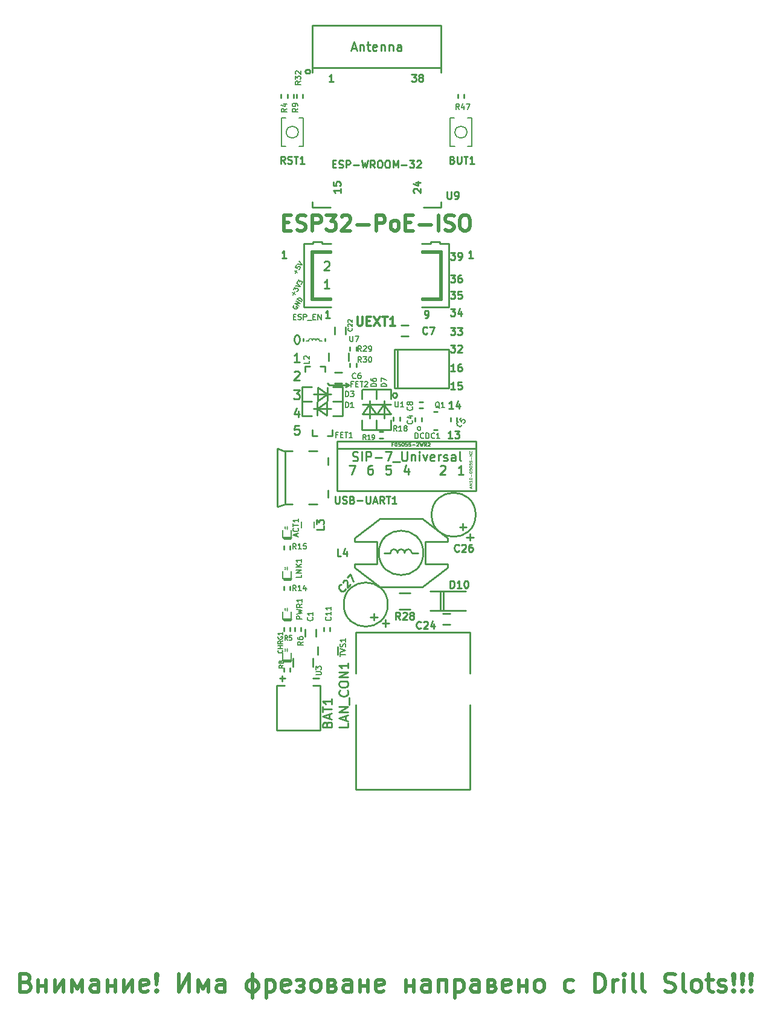
<source format=gbr>
G04 #@! TF.GenerationSoftware,KiCad,Pcbnew,5.1.0-rc2-unknown-036be7d~80~ubuntu16.04.1*
G04 #@! TF.CreationDate,2021-12-23T14:11:39+02:00*
G04 #@! TF.ProjectId,ESP32-PoE-ISO_Rev_I,45535033-322d-4506-9f45-2d49534f5f52,I*
G04 #@! TF.SameCoordinates,Original*
G04 #@! TF.FileFunction,Legend,Top*
G04 #@! TF.FilePolarity,Positive*
%FSLAX46Y46*%
G04 Gerber Fmt 4.6, Leading zero omitted, Abs format (unit mm)*
G04 Created by KiCad (PCBNEW 5.1.0-rc2-unknown-036be7d~80~ubuntu16.04.1) date 2021-12-23 14:11:39*
%MOMM*%
%LPD*%
G04 APERTURE LIST*
%ADD10C,0.254000*%
%ADD11C,0.158750*%
%ADD12C,0.508000*%
%ADD13C,0.127000*%
%ADD14C,0.200000*%
%ADD15C,0.050000*%
%ADD16C,0.100000*%
%ADD17C,0.190500*%
%ADD18C,0.317500*%
G04 APERTURE END LIST*
D10*
X114493523Y-121109619D02*
X115122476Y-121109619D01*
X114783809Y-121496666D01*
X114928952Y-121496666D01*
X115025714Y-121545047D01*
X115074095Y-121593428D01*
X115122476Y-121690190D01*
X115122476Y-121932095D01*
X115074095Y-122028857D01*
X115025714Y-122077238D01*
X114928952Y-122125619D01*
X114638666Y-122125619D01*
X114541904Y-122077238D01*
X114493523Y-122028857D01*
X115606285Y-122125619D02*
X115799809Y-122125619D01*
X115896571Y-122077238D01*
X115944952Y-122028857D01*
X116041714Y-121883714D01*
X116090095Y-121690190D01*
X116090095Y-121303142D01*
X116041714Y-121206380D01*
X115993333Y-121158000D01*
X115896571Y-121109619D01*
X115703047Y-121109619D01*
X115606285Y-121158000D01*
X115557904Y-121206380D01*
X115509523Y-121303142D01*
X115509523Y-121545047D01*
X115557904Y-121641809D01*
X115606285Y-121690190D01*
X115703047Y-121738571D01*
X115896571Y-121738571D01*
X115993333Y-121690190D01*
X116041714Y-121641809D01*
X116090095Y-121545047D01*
X114493523Y-124284619D02*
X115122476Y-124284619D01*
X114783809Y-124671666D01*
X114928952Y-124671666D01*
X115025714Y-124720047D01*
X115074095Y-124768428D01*
X115122476Y-124865190D01*
X115122476Y-125107095D01*
X115074095Y-125203857D01*
X115025714Y-125252238D01*
X114928952Y-125300619D01*
X114638666Y-125300619D01*
X114541904Y-125252238D01*
X114493523Y-125203857D01*
X115993333Y-124284619D02*
X115799809Y-124284619D01*
X115703047Y-124333000D01*
X115654666Y-124381380D01*
X115557904Y-124526523D01*
X115509523Y-124720047D01*
X115509523Y-125107095D01*
X115557904Y-125203857D01*
X115606285Y-125252238D01*
X115703047Y-125300619D01*
X115896571Y-125300619D01*
X115993333Y-125252238D01*
X116041714Y-125203857D01*
X116090095Y-125107095D01*
X116090095Y-124865190D01*
X116041714Y-124768428D01*
X115993333Y-124720047D01*
X115896571Y-124671666D01*
X115703047Y-124671666D01*
X115606285Y-124720047D01*
X115557904Y-124768428D01*
X115509523Y-124865190D01*
X114493523Y-126570619D02*
X115122476Y-126570619D01*
X114783809Y-126957666D01*
X114928952Y-126957666D01*
X115025714Y-127006047D01*
X115074095Y-127054428D01*
X115122476Y-127151190D01*
X115122476Y-127393095D01*
X115074095Y-127489857D01*
X115025714Y-127538238D01*
X114928952Y-127586619D01*
X114638666Y-127586619D01*
X114541904Y-127538238D01*
X114493523Y-127489857D01*
X116041714Y-126570619D02*
X115557904Y-126570619D01*
X115509523Y-127054428D01*
X115557904Y-127006047D01*
X115654666Y-126957666D01*
X115896571Y-126957666D01*
X115993333Y-127006047D01*
X116041714Y-127054428D01*
X116090095Y-127151190D01*
X116090095Y-127393095D01*
X116041714Y-127489857D01*
X115993333Y-127538238D01*
X115896571Y-127586619D01*
X115654666Y-127586619D01*
X115557904Y-127538238D01*
X115509523Y-127489857D01*
X114493523Y-128983619D02*
X115122476Y-128983619D01*
X114783809Y-129370666D01*
X114928952Y-129370666D01*
X115025714Y-129419047D01*
X115074095Y-129467428D01*
X115122476Y-129564190D01*
X115122476Y-129806095D01*
X115074095Y-129902857D01*
X115025714Y-129951238D01*
X114928952Y-129999619D01*
X114638666Y-129999619D01*
X114541904Y-129951238D01*
X114493523Y-129902857D01*
X115993333Y-129322285D02*
X115993333Y-129999619D01*
X115751428Y-128935238D02*
X115509523Y-129660952D01*
X116138476Y-129660952D01*
X114493523Y-131650619D02*
X115122476Y-131650619D01*
X114783809Y-132037666D01*
X114928952Y-132037666D01*
X115025714Y-132086047D01*
X115074095Y-132134428D01*
X115122476Y-132231190D01*
X115122476Y-132473095D01*
X115074095Y-132569857D01*
X115025714Y-132618238D01*
X114928952Y-132666619D01*
X114638666Y-132666619D01*
X114541904Y-132618238D01*
X114493523Y-132569857D01*
X115461142Y-131650619D02*
X116090095Y-131650619D01*
X115751428Y-132037666D01*
X115896571Y-132037666D01*
X115993333Y-132086047D01*
X116041714Y-132134428D01*
X116090095Y-132231190D01*
X116090095Y-132473095D01*
X116041714Y-132569857D01*
X115993333Y-132618238D01*
X115896571Y-132666619D01*
X115606285Y-132666619D01*
X115509523Y-132618238D01*
X115461142Y-132569857D01*
X114493523Y-134063619D02*
X115122476Y-134063619D01*
X114783809Y-134450666D01*
X114928952Y-134450666D01*
X115025714Y-134499047D01*
X115074095Y-134547428D01*
X115122476Y-134644190D01*
X115122476Y-134886095D01*
X115074095Y-134982857D01*
X115025714Y-135031238D01*
X114928952Y-135079619D01*
X114638666Y-135079619D01*
X114541904Y-135031238D01*
X114493523Y-134982857D01*
X115509523Y-134160380D02*
X115557904Y-134112000D01*
X115654666Y-134063619D01*
X115896571Y-134063619D01*
X115993333Y-134112000D01*
X116041714Y-134160380D01*
X116090095Y-134257142D01*
X116090095Y-134353904D01*
X116041714Y-134499047D01*
X115461142Y-135079619D01*
X116090095Y-135079619D01*
X115122476Y-137746619D02*
X114541904Y-137746619D01*
X114832190Y-137746619D02*
X114832190Y-136730619D01*
X114735428Y-136875761D01*
X114638666Y-136972523D01*
X114541904Y-137020904D01*
X115993333Y-136730619D02*
X115799809Y-136730619D01*
X115703047Y-136779000D01*
X115654666Y-136827380D01*
X115557904Y-136972523D01*
X115509523Y-137166047D01*
X115509523Y-137553095D01*
X115557904Y-137649857D01*
X115606285Y-137698238D01*
X115703047Y-137746619D01*
X115896571Y-137746619D01*
X115993333Y-137698238D01*
X116041714Y-137649857D01*
X116090095Y-137553095D01*
X116090095Y-137311190D01*
X116041714Y-137214428D01*
X115993333Y-137166047D01*
X115896571Y-137117666D01*
X115703047Y-137117666D01*
X115606285Y-137166047D01*
X115557904Y-137214428D01*
X115509523Y-137311190D01*
X115122476Y-140286619D02*
X114541904Y-140286619D01*
X114832190Y-140286619D02*
X114832190Y-139270619D01*
X114735428Y-139415761D01*
X114638666Y-139512523D01*
X114541904Y-139560904D01*
X116041714Y-139270619D02*
X115557904Y-139270619D01*
X115509523Y-139754428D01*
X115557904Y-139706047D01*
X115654666Y-139657666D01*
X115896571Y-139657666D01*
X115993333Y-139706047D01*
X116041714Y-139754428D01*
X116090095Y-139851190D01*
X116090095Y-140093095D01*
X116041714Y-140189857D01*
X115993333Y-140238238D01*
X115896571Y-140286619D01*
X115654666Y-140286619D01*
X115557904Y-140238238D01*
X115509523Y-140189857D01*
X114868476Y-142953619D02*
X114287904Y-142953619D01*
X114578190Y-142953619D02*
X114578190Y-141937619D01*
X114481428Y-142082761D01*
X114384666Y-142179523D01*
X114287904Y-142227904D01*
X115739333Y-142276285D02*
X115739333Y-142953619D01*
X115497428Y-141889238D02*
X115255523Y-142614952D01*
X115884476Y-142614952D01*
X114741476Y-147144619D02*
X114160904Y-147144619D01*
X114451190Y-147144619D02*
X114451190Y-146128619D01*
X114354428Y-146273761D01*
X114257666Y-146370523D01*
X114160904Y-146418904D01*
X115080142Y-146128619D02*
X115709095Y-146128619D01*
X115370428Y-146515666D01*
X115515571Y-146515666D01*
X115612333Y-146564047D01*
X115660714Y-146612428D01*
X115709095Y-146709190D01*
X115709095Y-146951095D01*
X115660714Y-147047857D01*
X115612333Y-147096238D01*
X115515571Y-147144619D01*
X115225285Y-147144619D01*
X115128523Y-147096238D01*
X115080142Y-147047857D01*
X93266380Y-145354523D02*
X92661619Y-145354523D01*
X92601142Y-145959285D01*
X92661619Y-145898809D01*
X92782571Y-145838333D01*
X93084952Y-145838333D01*
X93205904Y-145898809D01*
X93266380Y-145959285D01*
X93326857Y-146080238D01*
X93326857Y-146382619D01*
X93266380Y-146503571D01*
X93205904Y-146564047D01*
X93084952Y-146624523D01*
X92782571Y-146624523D01*
X92661619Y-146564047D01*
X92601142Y-146503571D01*
X93205904Y-143364857D02*
X93205904Y-144211523D01*
X92903523Y-142881047D02*
X92601142Y-143788190D01*
X93387333Y-143788190D01*
X92540666Y-140401523D02*
X93326857Y-140401523D01*
X92903523Y-140885333D01*
X93084952Y-140885333D01*
X93205904Y-140945809D01*
X93266380Y-141006285D01*
X93326857Y-141127238D01*
X93326857Y-141429619D01*
X93266380Y-141550571D01*
X93205904Y-141611047D01*
X93084952Y-141671523D01*
X92722095Y-141671523D01*
X92601142Y-141611047D01*
X92540666Y-141550571D01*
X92601142Y-137855476D02*
X92661619Y-137795000D01*
X92782571Y-137734523D01*
X93084952Y-137734523D01*
X93205904Y-137795000D01*
X93266380Y-137855476D01*
X93326857Y-137976428D01*
X93326857Y-138097380D01*
X93266380Y-138278809D01*
X92540666Y-139004523D01*
X93326857Y-139004523D01*
X93326857Y-136464523D02*
X92601142Y-136464523D01*
X92964000Y-136464523D02*
X92964000Y-135194523D01*
X92843047Y-135375952D01*
X92722095Y-135496904D01*
X92601142Y-135557380D01*
X110931476Y-130253619D02*
X111125000Y-130253619D01*
X111221761Y-130205238D01*
X111270142Y-130156857D01*
X111366904Y-130011714D01*
X111415285Y-129818190D01*
X111415285Y-129431142D01*
X111366904Y-129334380D01*
X111318523Y-129286000D01*
X111221761Y-129237619D01*
X111028238Y-129237619D01*
X110931476Y-129286000D01*
X110883095Y-129334380D01*
X110834714Y-129431142D01*
X110834714Y-129673047D01*
X110883095Y-129769809D01*
X110931476Y-129818190D01*
X111028238Y-129866571D01*
X111221761Y-129866571D01*
X111318523Y-129818190D01*
X111366904Y-129769809D01*
X111415285Y-129673047D01*
X100330000Y-139700000D02*
X99822000Y-139954000D01*
X100330000Y-139700000D02*
X99822000Y-139446000D01*
X97536000Y-139700000D02*
X97282000Y-139446000D01*
X97663000Y-139700000D02*
X97536000Y-139700000D01*
X100330000Y-139700000D02*
X97663000Y-139700000D01*
X93024476Y-133918476D02*
X92903523Y-133918476D01*
X92782571Y-133858000D01*
X92722095Y-133797523D01*
X92661619Y-133676571D01*
X92601142Y-133434666D01*
X92601142Y-133132285D01*
X92661619Y-132890380D01*
X92722095Y-132769428D01*
X92782571Y-132708952D01*
X92903523Y-132648476D01*
X93024476Y-132648476D01*
X93145428Y-132708952D01*
X93205904Y-132769428D01*
X93266380Y-132890380D01*
X93326857Y-133132285D01*
X93326857Y-133434666D01*
X93266380Y-133676571D01*
X93205904Y-133797523D01*
X93145428Y-133858000D01*
X93024476Y-133918476D01*
D11*
X92483214Y-130120571D02*
X92737214Y-130120571D01*
X92846071Y-130519714D02*
X92483214Y-130519714D01*
X92483214Y-129757714D01*
X92846071Y-129757714D01*
X93136357Y-130483428D02*
X93245214Y-130519714D01*
X93426642Y-130519714D01*
X93499214Y-130483428D01*
X93535500Y-130447142D01*
X93571785Y-130374571D01*
X93571785Y-130302000D01*
X93535500Y-130229428D01*
X93499214Y-130193142D01*
X93426642Y-130156857D01*
X93281500Y-130120571D01*
X93208928Y-130084285D01*
X93172642Y-130048000D01*
X93136357Y-129975428D01*
X93136357Y-129902857D01*
X93172642Y-129830285D01*
X93208928Y-129794000D01*
X93281500Y-129757714D01*
X93462928Y-129757714D01*
X93571785Y-129794000D01*
X93898357Y-130519714D02*
X93898357Y-129757714D01*
X94188642Y-129757714D01*
X94261214Y-129794000D01*
X94297500Y-129830285D01*
X94333785Y-129902857D01*
X94333785Y-130011714D01*
X94297500Y-130084285D01*
X94261214Y-130120571D01*
X94188642Y-130156857D01*
X93898357Y-130156857D01*
X94478928Y-130592285D02*
X95059500Y-130592285D01*
X95240928Y-130120571D02*
X95494928Y-130120571D01*
X95603785Y-130519714D02*
X95240928Y-130519714D01*
X95240928Y-129757714D01*
X95603785Y-129757714D01*
X95930357Y-130519714D02*
X95930357Y-129757714D01*
X96365785Y-130519714D01*
X96365785Y-129757714D01*
X92574132Y-128530241D02*
X92517707Y-128567496D01*
X92472349Y-128646057D01*
X92453179Y-128739737D01*
X92475315Y-128822349D01*
X92512570Y-128878774D01*
X92602199Y-128965437D01*
X92680760Y-129010794D01*
X92800627Y-129045083D01*
X92868119Y-129049134D01*
X92950732Y-129026998D01*
X93022276Y-128963557D01*
X93052514Y-128911183D01*
X93071684Y-128817503D01*
X93060616Y-128776197D01*
X92877307Y-128670363D01*
X92816831Y-128775111D01*
X93249061Y-128570752D02*
X92699135Y-128253252D01*
X93430490Y-128256509D01*
X92880564Y-127939009D01*
X93581680Y-127994639D02*
X93031754Y-127677139D01*
X93107349Y-127546204D01*
X93178894Y-127482762D01*
X93261506Y-127460627D01*
X93328999Y-127464678D01*
X93448865Y-127498967D01*
X93527426Y-127544324D01*
X93617055Y-127630987D01*
X93654310Y-127687412D01*
X93676446Y-127770024D01*
X93657276Y-127863704D01*
X93581680Y-127994639D01*
X92443875Y-127102596D02*
X92685780Y-126683604D01*
X92774323Y-127014052D02*
X92355332Y-126772147D01*
X92466302Y-126277561D02*
X92662849Y-125937130D01*
X92766512Y-126241392D01*
X92811869Y-126162831D01*
X92868294Y-126125576D01*
X92909600Y-126114508D01*
X92977093Y-126118559D01*
X93108028Y-126194154D01*
X93145283Y-126250579D01*
X93156351Y-126291885D01*
X93152299Y-126359378D01*
X93061585Y-126516500D01*
X93005160Y-126553755D01*
X92963854Y-126564823D01*
X92753564Y-125780009D02*
X93409323Y-125914200D01*
X92965230Y-125413391D01*
X93040826Y-125282456D02*
X93237373Y-124942026D01*
X93341036Y-125246287D01*
X93386393Y-125167726D01*
X93442818Y-125130471D01*
X93484124Y-125119403D01*
X93551617Y-125123455D01*
X93682552Y-125199050D01*
X93719806Y-125255475D01*
X93730874Y-125296781D01*
X93726823Y-125364274D01*
X93636109Y-125521396D01*
X93579684Y-125558650D01*
X93538378Y-125569718D01*
X92722066Y-124046726D02*
X92963970Y-123627735D01*
X93052514Y-123958183D02*
X92633522Y-123716278D01*
X92925921Y-122907448D02*
X92774730Y-123169317D01*
X93021481Y-123346695D01*
X93010413Y-123305389D01*
X93014464Y-123237896D01*
X93090059Y-123106961D01*
X93146484Y-123069706D01*
X93187790Y-123058638D01*
X93255283Y-123062689D01*
X93386218Y-123138285D01*
X93423473Y-123194710D01*
X93434541Y-123236016D01*
X93430490Y-123303509D01*
X93354895Y-123434443D01*
X93298470Y-123471698D01*
X93257164Y-123482766D01*
X93031754Y-122724139D02*
X93687514Y-122858330D01*
X93243421Y-122357522D01*
D10*
X97572285Y-130253619D02*
X96991714Y-130253619D01*
X97282000Y-130253619D02*
X97282000Y-129237619D01*
X97185238Y-129382761D01*
X97088476Y-129479523D01*
X96991714Y-129527904D01*
X90544952Y-180793571D02*
X91319047Y-180793571D01*
X90932000Y-181180619D02*
X90932000Y-180406523D01*
X95243952Y-180793571D02*
X96018047Y-180793571D01*
X117638285Y-121871619D02*
X117057714Y-121871619D01*
X117348000Y-121871619D02*
X117348000Y-120855619D01*
X117251238Y-121000761D01*
X117154476Y-121097523D01*
X117057714Y-121145904D01*
X91476285Y-121871619D02*
X90895714Y-121871619D01*
X91186000Y-121871619D02*
X91186000Y-120855619D01*
X91089238Y-121000761D01*
X90992476Y-121097523D01*
X90895714Y-121145904D01*
D12*
X91134595Y-116939785D02*
X91854261Y-116939785D01*
X92162690Y-118070690D02*
X91134595Y-118070690D01*
X91134595Y-115911690D01*
X92162690Y-115911690D01*
X92985166Y-117967880D02*
X93293595Y-118070690D01*
X93807642Y-118070690D01*
X94013261Y-117967880D01*
X94116071Y-117865071D01*
X94218880Y-117659452D01*
X94218880Y-117453833D01*
X94116071Y-117248214D01*
X94013261Y-117145404D01*
X93807642Y-117042595D01*
X93396404Y-116939785D01*
X93190785Y-116836976D01*
X93087976Y-116734166D01*
X92985166Y-116528547D01*
X92985166Y-116322928D01*
X93087976Y-116117309D01*
X93190785Y-116014500D01*
X93396404Y-115911690D01*
X93910452Y-115911690D01*
X94218880Y-116014500D01*
X95144166Y-118070690D02*
X95144166Y-115911690D01*
X95966642Y-115911690D01*
X96172261Y-116014500D01*
X96275071Y-116117309D01*
X96377880Y-116322928D01*
X96377880Y-116631357D01*
X96275071Y-116836976D01*
X96172261Y-116939785D01*
X95966642Y-117042595D01*
X95144166Y-117042595D01*
X97097547Y-115911690D02*
X98434071Y-115911690D01*
X97714404Y-116734166D01*
X98022833Y-116734166D01*
X98228452Y-116836976D01*
X98331261Y-116939785D01*
X98434071Y-117145404D01*
X98434071Y-117659452D01*
X98331261Y-117865071D01*
X98228452Y-117967880D01*
X98022833Y-118070690D01*
X97405976Y-118070690D01*
X97200357Y-117967880D01*
X97097547Y-117865071D01*
X99256547Y-116117309D02*
X99359357Y-116014500D01*
X99564976Y-115911690D01*
X100079023Y-115911690D01*
X100284642Y-116014500D01*
X100387452Y-116117309D01*
X100490261Y-116322928D01*
X100490261Y-116528547D01*
X100387452Y-116836976D01*
X99153738Y-118070690D01*
X100490261Y-118070690D01*
X101415547Y-117248214D02*
X103060499Y-117248214D01*
X104088595Y-118070690D02*
X104088595Y-115911690D01*
X104911071Y-115911690D01*
X105116690Y-116014500D01*
X105219499Y-116117309D01*
X105322309Y-116322928D01*
X105322309Y-116631357D01*
X105219499Y-116836976D01*
X105116690Y-116939785D01*
X104911071Y-117042595D01*
X104088595Y-117042595D01*
X106556023Y-118070690D02*
X106350404Y-117967880D01*
X106247595Y-117865071D01*
X106144785Y-117659452D01*
X106144785Y-117042595D01*
X106247595Y-116836976D01*
X106350404Y-116734166D01*
X106556023Y-116631357D01*
X106864452Y-116631357D01*
X107070071Y-116734166D01*
X107172880Y-116836976D01*
X107275690Y-117042595D01*
X107275690Y-117659452D01*
X107172880Y-117865071D01*
X107070071Y-117967880D01*
X106864452Y-118070690D01*
X106556023Y-118070690D01*
X108200976Y-116939785D02*
X108920642Y-116939785D01*
X109229071Y-118070690D02*
X108200976Y-118070690D01*
X108200976Y-115911690D01*
X109229071Y-115911690D01*
X110154357Y-117248214D02*
X111799309Y-117248214D01*
X112827404Y-118070690D02*
X112827404Y-115911690D01*
X113752690Y-117967880D02*
X114061119Y-118070690D01*
X114575166Y-118070690D01*
X114780785Y-117967880D01*
X114883595Y-117865071D01*
X114986404Y-117659452D01*
X114986404Y-117453833D01*
X114883595Y-117248214D01*
X114780785Y-117145404D01*
X114575166Y-117042595D01*
X114163928Y-116939785D01*
X113958309Y-116836976D01*
X113855500Y-116734166D01*
X113752690Y-116528547D01*
X113752690Y-116322928D01*
X113855500Y-116117309D01*
X113958309Y-116014500D01*
X114163928Y-115911690D01*
X114677976Y-115911690D01*
X114986404Y-116014500D01*
X116322928Y-115911690D02*
X116734166Y-115911690D01*
X116939785Y-116014500D01*
X117145404Y-116220119D01*
X117248214Y-116631357D01*
X117248214Y-117351023D01*
X117145404Y-117762261D01*
X116939785Y-117967880D01*
X116734166Y-118070690D01*
X116322928Y-118070690D01*
X116117309Y-117967880D01*
X115911690Y-117762261D01*
X115808880Y-117351023D01*
X115808880Y-116631357D01*
X115911690Y-116220119D01*
X116117309Y-116014500D01*
X116322928Y-115911690D01*
D10*
X111290000Y-114785000D02*
X110690000Y-114785000D01*
X96990000Y-114785000D02*
X97640000Y-114785000D01*
X95140000Y-89285000D02*
X95140000Y-95905000D01*
X113140000Y-114785000D02*
X113140000Y-114035000D01*
X113140000Y-114785000D02*
X110690000Y-114785000D01*
X95140000Y-114785000D02*
X97640000Y-114785000D01*
X95140000Y-114785000D02*
X95140000Y-114035000D01*
X113140000Y-89285000D02*
X113140000Y-95905000D01*
X95140000Y-95285000D02*
X113140000Y-95285000D01*
X95140000Y-89285000D02*
X113140000Y-89285000D01*
D13*
X114459000Y-106267000D02*
X114459000Y-102267000D01*
X117459000Y-106267000D02*
X117459000Y-102267000D01*
X114462000Y-102267000D02*
X115020800Y-102267000D01*
X116898000Y-102267000D02*
X117456800Y-102267000D01*
X114461200Y-106267000D02*
X115070800Y-106267000D01*
X116898000Y-106267000D02*
X117456800Y-106267000D01*
X116798738Y-104267000D02*
G75*
G03X116798738Y-104267000I-839738J0D01*
G01*
X90821000Y-106267000D02*
X90821000Y-102267000D01*
X93821000Y-106267000D02*
X93821000Y-102267000D01*
X90824000Y-102267000D02*
X91382800Y-102267000D01*
X93260000Y-102267000D02*
X93818800Y-102267000D01*
X90823200Y-106267000D02*
X91432800Y-106267000D01*
X93260000Y-106267000D02*
X93818800Y-106267000D01*
X93160738Y-104267000D02*
G75*
G03X93160738Y-104267000I-839738J0D01*
G01*
D10*
X96877000Y-133550000D02*
X96877000Y-133150000D01*
X93877000Y-133550000D02*
X93877000Y-133150000D01*
D14*
X94627000Y-133500000D02*
X94277000Y-133500000D01*
X96127000Y-133500000D02*
X96477000Y-133500000D01*
X95627000Y-133450000D02*
G75*
G02X96127000Y-133450000I250000J0D01*
G01*
X94627000Y-133450000D02*
G75*
G02X95127000Y-133450000I250000J0D01*
G01*
X95127000Y-133450000D02*
G75*
G02X95627000Y-133450000I250000J0D01*
G01*
D10*
X98581000Y-154543000D02*
X98581000Y-148543000D01*
X118081000Y-154543000D02*
X98581000Y-154543000D01*
X118081000Y-148543000D02*
X98581000Y-148543000D01*
X118081000Y-148543000D02*
X118081000Y-154543000D01*
X118081000Y-148543000D02*
X118081000Y-147543000D01*
X118081000Y-147543000D02*
X98581000Y-147543000D01*
X98581000Y-147543000D02*
X98581000Y-148543000D01*
X95224600Y-181749700D02*
X96227900Y-181749700D01*
X90157300Y-181749700D02*
X91211400Y-181749700D01*
X90152220Y-181757320D02*
X90152220Y-188066680D01*
X90152220Y-188066680D02*
X96232980Y-188066680D01*
X96232980Y-188066680D02*
X96232980Y-181749698D01*
X112692000Y-143383000D02*
X112184000Y-143383000D01*
X112692000Y-145923000D02*
X112184000Y-145923000D01*
X105703021Y-170434000D02*
G75*
G03X105703021Y-170434000I-3087021J0D01*
G01*
X104216200Y-143789400D02*
X106121200Y-143789400D01*
X104216200Y-142417800D02*
X106121200Y-142417800D01*
X105130600Y-142417800D02*
X106121200Y-143789400D01*
X104216200Y-143789400D02*
X105130600Y-142417800D01*
X105168700Y-144373600D02*
X105168700Y-141897100D01*
X106146600Y-140322300D02*
X106146600Y-141617700D01*
X104140000Y-140335000D02*
X104140000Y-141630400D01*
X106146600Y-140309600D02*
X104152700Y-140309600D01*
X106159300Y-145961100D02*
X106159300Y-144589500D01*
X104140000Y-145961100D02*
X104140000Y-144589500D01*
X106159300Y-145961100D02*
X104140000Y-145961100D01*
X102184200Y-143789400D02*
X104089200Y-143789400D01*
X102184200Y-142417800D02*
X104089200Y-142417800D01*
X103098600Y-142417800D02*
X104089200Y-143789400D01*
X102184200Y-143789400D02*
X103098600Y-142417800D01*
X103136700Y-144373600D02*
X103136700Y-141897100D01*
X104114600Y-140322300D02*
X104114600Y-141617700D01*
X102108000Y-140335000D02*
X102108000Y-141630400D01*
X104114600Y-140309600D02*
X102120700Y-140309600D01*
X104127300Y-145961100D02*
X104127300Y-144589500D01*
X102108000Y-145961100D02*
X102108000Y-144589500D01*
X104127300Y-145961100D02*
X102108000Y-145961100D01*
X95859600Y-140030200D02*
X95859600Y-141935200D01*
X97231200Y-140030200D02*
X97231200Y-141935200D01*
X97231200Y-140944600D02*
X95859600Y-141935200D01*
X95859600Y-140030200D02*
X97231200Y-140944600D01*
X95275400Y-140982700D02*
X97751900Y-140982700D01*
X99326700Y-141960600D02*
X98031300Y-141960600D01*
X99314000Y-139954000D02*
X98018600Y-139954000D01*
X99339400Y-141960600D02*
X99339400Y-139966700D01*
X93687900Y-141973300D02*
X95059500Y-141973300D01*
X93687900Y-139954000D02*
X95059500Y-139954000D01*
X93687900Y-141973300D02*
X93687900Y-139954000D01*
X97180400Y-143941800D02*
X97180400Y-142036800D01*
X95808800Y-143941800D02*
X95808800Y-142036800D01*
X95808800Y-143027400D02*
X97180400Y-142036800D01*
X97180400Y-143941800D02*
X95808800Y-143027400D01*
X97764600Y-142989300D02*
X95288100Y-142989300D01*
X93713300Y-142011400D02*
X95008700Y-142011400D01*
X93726000Y-144018000D02*
X95021400Y-144018000D01*
X93700600Y-142011400D02*
X93700600Y-144005300D01*
X99352100Y-141998700D02*
X97980500Y-141998700D01*
X99352100Y-144018000D02*
X97980500Y-144018000D01*
X99352100Y-141998700D02*
X99352100Y-144018000D01*
X91630500Y-99187000D02*
X91630500Y-98933000D01*
X91630500Y-99187000D02*
X91630500Y-99441000D01*
X92519500Y-99187000D02*
X92519500Y-99441000D01*
X92519500Y-99187000D02*
X92519500Y-98933000D01*
X91630500Y-99187000D02*
X91630500Y-99441000D01*
X91630500Y-99187000D02*
X91630500Y-98933000D01*
X90741500Y-99187000D02*
X90741500Y-98933000D01*
X90741500Y-99187000D02*
X90741500Y-99441000D01*
X93535500Y-173863000D02*
X93535500Y-174117000D01*
X93535500Y-173863000D02*
X93535500Y-173609000D01*
X92646500Y-173863000D02*
X92646500Y-173609000D01*
X92646500Y-173863000D02*
X92646500Y-174117000D01*
X95250000Y-178003200D02*
X95250000Y-179133500D01*
X92443300Y-178003200D02*
X92443300Y-179133500D01*
D13*
X95377000Y-158826200D02*
X95377000Y-159664400D01*
X93599000Y-158826200D02*
X93599000Y-159664400D01*
D10*
X91084400Y-166751000D02*
X92125800Y-166751000D01*
X92011500Y-166916100D02*
X91186000Y-166916100D01*
X91046300Y-166763700D02*
X91173300Y-166903400D01*
X92138500Y-166763700D02*
X92011500Y-166916100D01*
D15*
X91342400Y-165324800D02*
X91232400Y-165194800D01*
X91212400Y-165184800D02*
X91222400Y-165264800D01*
X91212400Y-165184800D02*
X91292400Y-165184800D01*
X91212400Y-165400200D02*
X91292400Y-165400200D01*
X91212400Y-165400200D02*
X91222400Y-165480200D01*
X91321400Y-165531800D02*
X91211400Y-165401800D01*
D16*
X91677000Y-165454000D02*
X91457000Y-165454000D01*
X91457000Y-165264000D02*
X91557000Y-165364000D01*
X91677000Y-165264000D02*
X91577000Y-165374000D01*
X91677000Y-165264000D02*
X91457000Y-165264000D01*
X91567000Y-165094000D02*
X91567000Y-165614000D01*
D13*
X92202000Y-165735000D02*
X92202000Y-166751000D01*
X90982800Y-166751000D02*
X90982800Y-165735000D01*
X90982800Y-161036000D02*
X90982800Y-160020000D01*
X92202000Y-160020000D02*
X92202000Y-161036000D01*
D16*
X91567000Y-159379000D02*
X91567000Y-159899000D01*
X91677000Y-159549000D02*
X91457000Y-159549000D01*
X91677000Y-159549000D02*
X91577000Y-159659000D01*
X91457000Y-159549000D02*
X91557000Y-159649000D01*
X91677000Y-159739000D02*
X91457000Y-159739000D01*
D15*
X91321400Y-159816800D02*
X91211400Y-159686800D01*
X91212400Y-159685200D02*
X91222400Y-159765200D01*
X91212400Y-159685200D02*
X91292400Y-159685200D01*
X91212400Y-159469800D02*
X91292400Y-159469800D01*
X91212400Y-159469800D02*
X91222400Y-159549800D01*
X91342400Y-159609800D02*
X91232400Y-159479800D01*
D10*
X92138500Y-161048700D02*
X92011500Y-161201100D01*
X91046300Y-161048700D02*
X91173300Y-161188400D01*
X92011500Y-161201100D02*
X91186000Y-161201100D01*
X91084400Y-161036000D02*
X92125800Y-161036000D01*
X97599500Y-173863000D02*
X97599500Y-174117000D01*
X97599500Y-173863000D02*
X97599500Y-173609000D01*
X96710500Y-173863000D02*
X96710500Y-173609000D01*
X96710500Y-173863000D02*
X96710500Y-174117000D01*
X100393500Y-136906000D02*
X100393500Y-136652000D01*
X100393500Y-136906000D02*
X100393500Y-137160000D01*
X101282500Y-136906000D02*
X101282500Y-137160000D01*
X101282500Y-136906000D02*
X101282500Y-136652000D01*
X101282500Y-134620000D02*
X101282500Y-134874000D01*
X101282500Y-134620000D02*
X101282500Y-134366000D01*
X100393500Y-134620000D02*
X100393500Y-134366000D01*
X100393500Y-134620000D02*
X100393500Y-134874000D01*
X91122500Y-173863000D02*
X91122500Y-173609000D01*
X91122500Y-173863000D02*
X91122500Y-174117000D01*
X92011500Y-173863000D02*
X92011500Y-174117000D01*
X92011500Y-173863000D02*
X92011500Y-173609000D01*
X91122500Y-162433000D02*
X91122500Y-162179000D01*
X91122500Y-162433000D02*
X91122500Y-162687000D01*
X92011500Y-162433000D02*
X92011500Y-162687000D01*
X92011500Y-162433000D02*
X92011500Y-162179000D01*
X91122500Y-168148000D02*
X91122500Y-167894000D01*
X91122500Y-168148000D02*
X91122500Y-168402000D01*
X92011500Y-168148000D02*
X92011500Y-168402000D01*
X92011500Y-168148000D02*
X92011500Y-167894000D01*
X91122500Y-179578000D02*
X91122500Y-179324000D01*
X91122500Y-179578000D02*
X91122500Y-179832000D01*
X92011500Y-179578000D02*
X92011500Y-179832000D01*
X92011500Y-179578000D02*
X92011500Y-179324000D01*
X104775000Y-146240500D02*
X105029000Y-146240500D01*
X104775000Y-146240500D02*
X104521000Y-146240500D01*
X104775000Y-147129500D02*
X104521000Y-147129500D01*
X104775000Y-147129500D02*
X105029000Y-147129500D01*
X110363000Y-142938500D02*
X110109000Y-142938500D01*
X110363000Y-142938500D02*
X110617000Y-142938500D01*
X110363000Y-142049500D02*
X110617000Y-142049500D01*
X110363000Y-142049500D02*
X110109000Y-142049500D01*
X98298000Y-137922000D02*
X99314000Y-137922000D01*
X98298000Y-139446000D02*
X99314000Y-139446000D01*
X94107000Y-174879000D02*
X94107000Y-173863000D01*
X95631000Y-174879000D02*
X95631000Y-173863000D01*
X97409000Y-136321800D02*
X97409000Y-135191500D01*
X100215700Y-136321800D02*
X100215700Y-135191500D01*
X107061000Y-134683500D02*
X107061000Y-140144500D01*
X114300000Y-134683500D02*
X106680000Y-134683500D01*
X106680000Y-140144500D02*
X114300000Y-140144500D01*
X114300000Y-134683500D02*
X114300000Y-140144500D01*
X106680000Y-140144500D02*
X106680000Y-134683500D01*
D13*
X90982800Y-172466000D02*
X90982800Y-171450000D01*
X92202000Y-171450000D02*
X92202000Y-172466000D01*
D16*
X91567000Y-170809000D02*
X91567000Y-171329000D01*
X91677000Y-170979000D02*
X91457000Y-170979000D01*
X91677000Y-170979000D02*
X91577000Y-171089000D01*
X91457000Y-170979000D02*
X91557000Y-171079000D01*
X91677000Y-171169000D02*
X91457000Y-171169000D01*
D15*
X91321400Y-171246800D02*
X91211400Y-171116800D01*
X91212400Y-171115200D02*
X91222400Y-171195200D01*
X91212400Y-171115200D02*
X91292400Y-171115200D01*
X91212400Y-170899800D02*
X91292400Y-170899800D01*
X91212400Y-170899800D02*
X91222400Y-170979800D01*
X91342400Y-171039800D02*
X91232400Y-170909800D01*
D10*
X92138500Y-172478700D02*
X92011500Y-172631100D01*
X91046300Y-172478700D02*
X91173300Y-172618400D01*
X92011500Y-172631100D02*
X91186000Y-172631100D01*
X91084400Y-172466000D02*
X92125800Y-172466000D01*
X99822000Y-131572000D02*
X99822000Y-132588000D01*
X98298000Y-131572000D02*
X98298000Y-132588000D01*
D13*
X90982800Y-178181000D02*
X90982800Y-177165000D01*
X92202000Y-177165000D02*
X92202000Y-178181000D01*
D16*
X91567000Y-176524000D02*
X91567000Y-177044000D01*
X91677000Y-176694000D02*
X91457000Y-176694000D01*
X91677000Y-176694000D02*
X91577000Y-176804000D01*
X91457000Y-176694000D02*
X91557000Y-176794000D01*
X91677000Y-176884000D02*
X91457000Y-176884000D01*
D15*
X91321400Y-176961800D02*
X91211400Y-176831800D01*
X91212400Y-176830200D02*
X91222400Y-176910200D01*
X91212400Y-176830200D02*
X91292400Y-176830200D01*
X91212400Y-176614800D02*
X91292400Y-176614800D01*
X91212400Y-176614800D02*
X91222400Y-176694800D01*
X91342400Y-176754800D02*
X91232400Y-176624800D01*
D10*
X92138500Y-178193700D02*
X92011500Y-178346100D01*
X91046300Y-178193700D02*
X91173300Y-178333400D01*
X92011500Y-178346100D02*
X91186000Y-178346100D01*
X91084400Y-178181000D02*
X92125800Y-178181000D01*
X108585000Y-132842000D02*
X107569000Y-132842000D01*
X108585000Y-131318000D02*
X107569000Y-131318000D01*
X96926400Y-137033000D02*
X96215200Y-137033000D01*
X96926400Y-137871200D02*
X96926400Y-137033000D01*
X94081600Y-137871200D02*
X94081600Y-137033000D01*
X94792800Y-137033000D02*
X94081600Y-137033000D01*
X95097600Y-146812000D02*
X95808800Y-146812000D01*
X95097600Y-145973800D02*
X95097600Y-146812000D01*
X97942400Y-145973800D02*
X97942400Y-146812000D01*
X97231200Y-146812000D02*
X97942400Y-146812000D01*
X116395500Y-99187000D02*
X116395500Y-99441000D01*
X116395500Y-99187000D02*
X116395500Y-98933000D01*
X115506500Y-99187000D02*
X115506500Y-98933000D01*
X115506500Y-99187000D02*
X115506500Y-99441000D01*
X114490500Y-144526000D02*
X114490500Y-144272000D01*
X114490500Y-144526000D02*
X114490500Y-144780000D01*
X115379500Y-144526000D02*
X115379500Y-144780000D01*
X115379500Y-144526000D02*
X115379500Y-144272000D01*
X110426500Y-144526000D02*
X110426500Y-144780000D01*
X110426500Y-144526000D02*
X110426500Y-144272000D01*
X109537500Y-144526000D02*
X109537500Y-144272000D01*
X109537500Y-144526000D02*
X109537500Y-144780000D01*
X92900500Y-99187000D02*
X92900500Y-98933000D01*
X92900500Y-99187000D02*
X92900500Y-99441000D01*
X93789500Y-99187000D02*
X93789500Y-99441000D01*
X93789500Y-99187000D02*
X93789500Y-98933000D01*
X109969000Y-163195000D02*
X109069000Y-163195000D01*
X106069000Y-163195000D02*
X105169000Y-163195000D01*
X110680270Y-163195000D02*
G75*
G03X110680270Y-163195000I-3111270J0D01*
G01*
X101069000Y-161095000D02*
X104569000Y-158395000D01*
X101069000Y-161595000D02*
X101069000Y-161095000D01*
X104169000Y-161595000D02*
X101069000Y-161595000D01*
X104169000Y-164795000D02*
X104169000Y-161595000D01*
X101069000Y-164795000D02*
X104169000Y-164795000D01*
X101069000Y-165295000D02*
X101069000Y-164795000D01*
X104569000Y-167995000D02*
X101069000Y-165295000D01*
X110569000Y-167995000D02*
X104569000Y-167995000D01*
X114069000Y-165295000D02*
X110569000Y-167995000D01*
X114069000Y-164795000D02*
X114069000Y-165295000D01*
X110969000Y-164795000D02*
X114069000Y-164795000D01*
X110969000Y-161595000D02*
X110969000Y-164795000D01*
X114069000Y-161595000D02*
X110969000Y-161595000D01*
X114069000Y-161095000D02*
X114069000Y-161595000D01*
X110569000Y-158395000D02*
X114069000Y-161095000D01*
X104569000Y-158395000D02*
X110569000Y-158395000D01*
X107069000Y-163195000D02*
G75*
G02X108069000Y-163195000I500000J0D01*
G01*
X108069000Y-163195000D02*
G75*
G02X109069000Y-163195000I500000J0D01*
G01*
X106069000Y-163195000D02*
G75*
G02X107069000Y-163195000I500000J0D01*
G01*
X106489500Y-144399000D02*
X106489500Y-144145000D01*
X106489500Y-144399000D02*
X106489500Y-144653000D01*
X107378500Y-144399000D02*
X107378500Y-144653000D01*
X107378500Y-144399000D02*
X107378500Y-144145000D01*
X112776000Y-121031000D02*
X113284000Y-121031000D01*
X112903000Y-127635000D02*
X113157000Y-127635000D01*
X95504000Y-127635000D02*
X95123000Y-127635000D01*
X95504000Y-121031000D02*
X95123000Y-121031000D01*
X95250000Y-121158000D02*
X97790000Y-121158000D01*
X110490000Y-121158000D02*
X113030000Y-121158000D01*
X113030000Y-127508000D02*
X113030000Y-121158000D01*
X95250000Y-121158000D02*
X95250000Y-127508000D01*
X93980000Y-119888000D02*
X95250000Y-119888000D01*
X114300000Y-128778000D02*
X110490000Y-128778000D01*
X114300000Y-128778000D02*
X114300000Y-119888000D01*
X93980000Y-119888000D02*
X93980000Y-128778000D01*
X113030000Y-127508000D02*
X110490000Y-127508000D01*
X97790000Y-127508000D02*
X95250000Y-127508000D01*
X113030000Y-119888000D02*
X113030000Y-119634000D01*
X113030000Y-119634000D02*
X111760000Y-119634000D01*
X111760000Y-119888000D02*
X111760000Y-119634000D01*
X113030000Y-119888000D02*
X114300000Y-119888000D01*
X110490000Y-119888000D02*
X111760000Y-119888000D01*
X96520000Y-119634000D02*
X95250000Y-119634000D01*
X95250000Y-119634000D02*
X95250000Y-119888000D01*
X96520000Y-119634000D02*
X96520000Y-119888000D01*
X96520000Y-119888000D02*
X97790000Y-119888000D01*
X110490000Y-127762000D02*
X113284000Y-127762000D01*
X113284000Y-127762000D02*
X113284000Y-120904000D01*
X113284000Y-120904000D02*
X110490000Y-120904000D01*
X97790000Y-120904000D02*
X94996000Y-120904000D01*
X94996000Y-120904000D02*
X94996000Y-127762000D01*
X94996000Y-127762000D02*
X97790000Y-127762000D01*
X97790000Y-128778000D02*
X93980000Y-128778000D01*
X110490000Y-121158000D02*
X110490000Y-120904000D01*
X110490000Y-127762000D02*
X110490000Y-127508000D01*
X97790000Y-127762000D02*
X97790000Y-127508000D01*
X97790000Y-121158000D02*
X97790000Y-120904000D01*
X91326000Y-156354000D02*
X91326000Y-148954000D01*
X95826000Y-148954000D02*
X94626000Y-148954000D01*
X97326000Y-150854000D02*
X97326000Y-149854000D01*
X97326000Y-155454000D02*
X97326000Y-154454000D01*
X92326000Y-156354000D02*
X91326000Y-156354000D01*
X90226000Y-156718000D02*
X90226000Y-148590000D01*
X91326000Y-148954000D02*
X92326000Y-148954000D01*
X95826000Y-156354000D02*
X94626000Y-156354000D01*
X90297000Y-156718000D02*
X91313000Y-156337000D01*
X90297000Y-148590000D02*
X91313000Y-148971000D01*
X95872300Y-176352200D02*
X95872300Y-177482500D01*
X98679000Y-176352200D02*
X98679000Y-177482500D01*
X101200000Y-174293000D02*
X117200000Y-174293000D01*
X117200000Y-174293000D02*
X117200000Y-180063000D01*
X117200000Y-184493000D02*
X117200000Y-196293000D01*
X117200000Y-196293000D02*
X101200000Y-196293000D01*
X101200000Y-196293000D02*
X101200000Y-184493000D01*
X101200000Y-180063000D02*
X101200000Y-174293000D01*
X118022021Y-157861000D02*
G75*
G03X118022021Y-157861000I-3087021J0D01*
G01*
X111673000Y-171276000D02*
X116673000Y-171276000D01*
X113043000Y-168576000D02*
X113043000Y-171276000D01*
X116673000Y-168576000D02*
X111673000Y-168576000D01*
X113483000Y-168576000D02*
X113483000Y-171276000D01*
X108839000Y-171069000D02*
X107315000Y-171069000D01*
X108839000Y-168783000D02*
X107315000Y-168783000D01*
X113411000Y-173228000D02*
X114427000Y-173228000D01*
X113411000Y-171704000D02*
X114427000Y-171704000D01*
X114033904Y-112600619D02*
X114033904Y-113423095D01*
X114082285Y-113519857D01*
X114130666Y-113568238D01*
X114227428Y-113616619D01*
X114420952Y-113616619D01*
X114517714Y-113568238D01*
X114566095Y-113519857D01*
X114614476Y-113423095D01*
X114614476Y-112600619D01*
X115146666Y-113616619D02*
X115340190Y-113616619D01*
X115436952Y-113568238D01*
X115485333Y-113519857D01*
X115582095Y-113374714D01*
X115630476Y-113181190D01*
X115630476Y-112794142D01*
X115582095Y-112697380D01*
X115533714Y-112649000D01*
X115436952Y-112600619D01*
X115243428Y-112600619D01*
X115146666Y-112649000D01*
X115098285Y-112697380D01*
X115049904Y-112794142D01*
X115049904Y-113036047D01*
X115098285Y-113132809D01*
X115146666Y-113181190D01*
X115243428Y-113229571D01*
X115436952Y-113229571D01*
X115533714Y-113181190D01*
X115582095Y-113132809D01*
X115630476Y-113036047D01*
X109395380Y-112744095D02*
X109347000Y-112695714D01*
X109298619Y-112598952D01*
X109298619Y-112357047D01*
X109347000Y-112260285D01*
X109395380Y-112211904D01*
X109492142Y-112163523D01*
X109588904Y-112163523D01*
X109734047Y-112211904D01*
X110314619Y-112792476D01*
X110314619Y-112163523D01*
X109637285Y-111292666D02*
X110314619Y-111292666D01*
X109250238Y-111534571D02*
X109975952Y-111776476D01*
X109975952Y-111147523D01*
X99075119Y-112163523D02*
X99075119Y-112744095D01*
X99075119Y-112453809D02*
X98059119Y-112453809D01*
X98204261Y-112550571D01*
X98301023Y-112647333D01*
X98349404Y-112744095D01*
X98059119Y-111244285D02*
X98059119Y-111728095D01*
X98542928Y-111776476D01*
X98494547Y-111728095D01*
X98446166Y-111631333D01*
X98446166Y-111389428D01*
X98494547Y-111292666D01*
X98542928Y-111244285D01*
X98639690Y-111195904D01*
X98881595Y-111195904D01*
X98978357Y-111244285D01*
X99026738Y-111292666D01*
X99075119Y-111389428D01*
X99075119Y-111631333D01*
X99026738Y-111728095D01*
X98978357Y-111776476D01*
X109032523Y-96173619D02*
X109661476Y-96173619D01*
X109322809Y-96560666D01*
X109467952Y-96560666D01*
X109564714Y-96609047D01*
X109613095Y-96657428D01*
X109661476Y-96754190D01*
X109661476Y-96996095D01*
X109613095Y-97092857D01*
X109564714Y-97141238D01*
X109467952Y-97189619D01*
X109177666Y-97189619D01*
X109080904Y-97141238D01*
X109032523Y-97092857D01*
X110242047Y-96609047D02*
X110145285Y-96560666D01*
X110096904Y-96512285D01*
X110048523Y-96415523D01*
X110048523Y-96367142D01*
X110096904Y-96270380D01*
X110145285Y-96222000D01*
X110242047Y-96173619D01*
X110435571Y-96173619D01*
X110532333Y-96222000D01*
X110580714Y-96270380D01*
X110629095Y-96367142D01*
X110629095Y-96415523D01*
X110580714Y-96512285D01*
X110532333Y-96560666D01*
X110435571Y-96609047D01*
X110242047Y-96609047D01*
X110145285Y-96657428D01*
X110096904Y-96705809D01*
X110048523Y-96802571D01*
X110048523Y-96996095D01*
X110096904Y-97092857D01*
X110145285Y-97141238D01*
X110242047Y-97189619D01*
X110435571Y-97189619D01*
X110532333Y-97141238D01*
X110580714Y-97092857D01*
X110629095Y-96996095D01*
X110629095Y-96802571D01*
X110580714Y-96705809D01*
X110532333Y-96657428D01*
X110435571Y-96609047D01*
X98080285Y-97189619D02*
X97499714Y-97189619D01*
X97790000Y-97189619D02*
X97790000Y-96173619D01*
X97693238Y-96318761D01*
X97596476Y-96415523D01*
X97499714Y-96463904D01*
X97971428Y-108722428D02*
X98310095Y-108722428D01*
X98455238Y-109254619D02*
X97971428Y-109254619D01*
X97971428Y-108238619D01*
X98455238Y-108238619D01*
X98842285Y-109206238D02*
X98987428Y-109254619D01*
X99229333Y-109254619D01*
X99326095Y-109206238D01*
X99374476Y-109157857D01*
X99422857Y-109061095D01*
X99422857Y-108964333D01*
X99374476Y-108867571D01*
X99326095Y-108819190D01*
X99229333Y-108770809D01*
X99035809Y-108722428D01*
X98939047Y-108674047D01*
X98890666Y-108625666D01*
X98842285Y-108528904D01*
X98842285Y-108432142D01*
X98890666Y-108335380D01*
X98939047Y-108287000D01*
X99035809Y-108238619D01*
X99277714Y-108238619D01*
X99422857Y-108287000D01*
X99858285Y-109254619D02*
X99858285Y-108238619D01*
X100245333Y-108238619D01*
X100342095Y-108287000D01*
X100390476Y-108335380D01*
X100438857Y-108432142D01*
X100438857Y-108577285D01*
X100390476Y-108674047D01*
X100342095Y-108722428D01*
X100245333Y-108770809D01*
X99858285Y-108770809D01*
X100874285Y-108867571D02*
X101648380Y-108867571D01*
X102035428Y-108238619D02*
X102277333Y-109254619D01*
X102470857Y-108528904D01*
X102664380Y-109254619D01*
X102906285Y-108238619D01*
X103873904Y-109254619D02*
X103535238Y-108770809D01*
X103293333Y-109254619D02*
X103293333Y-108238619D01*
X103680380Y-108238619D01*
X103777142Y-108287000D01*
X103825523Y-108335380D01*
X103873904Y-108432142D01*
X103873904Y-108577285D01*
X103825523Y-108674047D01*
X103777142Y-108722428D01*
X103680380Y-108770809D01*
X103293333Y-108770809D01*
X104502857Y-108238619D02*
X104696380Y-108238619D01*
X104793142Y-108287000D01*
X104889904Y-108383761D01*
X104938285Y-108577285D01*
X104938285Y-108915952D01*
X104889904Y-109109476D01*
X104793142Y-109206238D01*
X104696380Y-109254619D01*
X104502857Y-109254619D01*
X104406095Y-109206238D01*
X104309333Y-109109476D01*
X104260952Y-108915952D01*
X104260952Y-108577285D01*
X104309333Y-108383761D01*
X104406095Y-108287000D01*
X104502857Y-108238619D01*
X105567238Y-108238619D02*
X105760761Y-108238619D01*
X105857523Y-108287000D01*
X105954285Y-108383761D01*
X106002666Y-108577285D01*
X106002666Y-108915952D01*
X105954285Y-109109476D01*
X105857523Y-109206238D01*
X105760761Y-109254619D01*
X105567238Y-109254619D01*
X105470476Y-109206238D01*
X105373714Y-109109476D01*
X105325333Y-108915952D01*
X105325333Y-108577285D01*
X105373714Y-108383761D01*
X105470476Y-108287000D01*
X105567238Y-108238619D01*
X106438095Y-109254619D02*
X106438095Y-108238619D01*
X106776761Y-108964333D01*
X107115428Y-108238619D01*
X107115428Y-109254619D01*
X107599238Y-108867571D02*
X108373333Y-108867571D01*
X108760380Y-108238619D02*
X109389333Y-108238619D01*
X109050666Y-108625666D01*
X109195809Y-108625666D01*
X109292571Y-108674047D01*
X109340952Y-108722428D01*
X109389333Y-108819190D01*
X109389333Y-109061095D01*
X109340952Y-109157857D01*
X109292571Y-109206238D01*
X109195809Y-109254619D01*
X108905523Y-109254619D01*
X108808761Y-109206238D01*
X108760380Y-109157857D01*
X109776380Y-108335380D02*
X109824761Y-108287000D01*
X109921523Y-108238619D01*
X110163428Y-108238619D01*
X110260190Y-108287000D01*
X110308571Y-108335380D01*
X110356952Y-108432142D01*
X110356952Y-108528904D01*
X110308571Y-108674047D01*
X109728000Y-109254619D01*
X110356952Y-109254619D01*
X100632380Y-92496666D02*
X101237142Y-92496666D01*
X100511428Y-92859523D02*
X100934761Y-91589523D01*
X101358095Y-92859523D01*
X101781428Y-92012857D02*
X101781428Y-92859523D01*
X101781428Y-92133809D02*
X101841904Y-92073333D01*
X101962857Y-92012857D01*
X102144285Y-92012857D01*
X102265238Y-92073333D01*
X102325714Y-92194285D01*
X102325714Y-92859523D01*
X102749047Y-92012857D02*
X103232857Y-92012857D01*
X102930476Y-91589523D02*
X102930476Y-92678095D01*
X102990952Y-92799047D01*
X103111904Y-92859523D01*
X103232857Y-92859523D01*
X104140000Y-92799047D02*
X104019047Y-92859523D01*
X103777142Y-92859523D01*
X103656190Y-92799047D01*
X103595714Y-92678095D01*
X103595714Y-92194285D01*
X103656190Y-92073333D01*
X103777142Y-92012857D01*
X104019047Y-92012857D01*
X104140000Y-92073333D01*
X104200476Y-92194285D01*
X104200476Y-92315238D01*
X103595714Y-92436190D01*
X104744761Y-92012857D02*
X104744761Y-92859523D01*
X104744761Y-92133809D02*
X104805238Y-92073333D01*
X104926190Y-92012857D01*
X105107619Y-92012857D01*
X105228571Y-92073333D01*
X105289047Y-92194285D01*
X105289047Y-92859523D01*
X105893809Y-92012857D02*
X105893809Y-92859523D01*
X105893809Y-92133809D02*
X105954285Y-92073333D01*
X106075238Y-92012857D01*
X106256666Y-92012857D01*
X106377619Y-92073333D01*
X106438095Y-92194285D01*
X106438095Y-92859523D01*
X107587142Y-92859523D02*
X107587142Y-92194285D01*
X107526666Y-92073333D01*
X107405714Y-92012857D01*
X107163809Y-92012857D01*
X107042857Y-92073333D01*
X107587142Y-92799047D02*
X107466190Y-92859523D01*
X107163809Y-92859523D01*
X107042857Y-92799047D01*
X106982380Y-92678095D01*
X106982380Y-92557142D01*
X107042857Y-92436190D01*
X107163809Y-92375714D01*
X107466190Y-92375714D01*
X107587142Y-92315238D01*
X94820619Y-95830571D02*
X94772238Y-95927333D01*
X94723857Y-95975714D01*
X94627095Y-96024095D01*
X94336809Y-96024095D01*
X94240047Y-95975714D01*
X94191666Y-95927333D01*
X94143285Y-95830571D01*
X94143285Y-95685428D01*
X94191666Y-95588666D01*
X94240047Y-95540285D01*
X94336809Y-95491904D01*
X94627095Y-95491904D01*
X94723857Y-95540285D01*
X94772238Y-95588666D01*
X94820619Y-95685428D01*
X94820619Y-95830571D01*
X114747523Y-108131428D02*
X114892666Y-108179809D01*
X114941047Y-108228190D01*
X114989428Y-108324952D01*
X114989428Y-108470095D01*
X114941047Y-108566857D01*
X114892666Y-108615238D01*
X114795904Y-108663619D01*
X114408857Y-108663619D01*
X114408857Y-107647619D01*
X114747523Y-107647619D01*
X114844285Y-107696000D01*
X114892666Y-107744380D01*
X114941047Y-107841142D01*
X114941047Y-107937904D01*
X114892666Y-108034666D01*
X114844285Y-108083047D01*
X114747523Y-108131428D01*
X114408857Y-108131428D01*
X115424857Y-107647619D02*
X115424857Y-108470095D01*
X115473238Y-108566857D01*
X115521619Y-108615238D01*
X115618380Y-108663619D01*
X115811904Y-108663619D01*
X115908666Y-108615238D01*
X115957047Y-108566857D01*
X116005428Y-108470095D01*
X116005428Y-107647619D01*
X116344095Y-107647619D02*
X116924666Y-107647619D01*
X116634380Y-108663619D02*
X116634380Y-107647619D01*
X117795523Y-108663619D02*
X117214952Y-108663619D01*
X117505238Y-108663619D02*
X117505238Y-107647619D01*
X117408476Y-107792761D01*
X117311714Y-107889523D01*
X117214952Y-107937904D01*
X91288809Y-108663619D02*
X90950142Y-108179809D01*
X90708238Y-108663619D02*
X90708238Y-107647619D01*
X91095285Y-107647619D01*
X91192047Y-107696000D01*
X91240428Y-107744380D01*
X91288809Y-107841142D01*
X91288809Y-107986285D01*
X91240428Y-108083047D01*
X91192047Y-108131428D01*
X91095285Y-108179809D01*
X90708238Y-108179809D01*
X91675857Y-108615238D02*
X91821000Y-108663619D01*
X92062904Y-108663619D01*
X92159666Y-108615238D01*
X92208047Y-108566857D01*
X92256428Y-108470095D01*
X92256428Y-108373333D01*
X92208047Y-108276571D01*
X92159666Y-108228190D01*
X92062904Y-108179809D01*
X91869380Y-108131428D01*
X91772619Y-108083047D01*
X91724238Y-108034666D01*
X91675857Y-107937904D01*
X91675857Y-107841142D01*
X91724238Y-107744380D01*
X91772619Y-107696000D01*
X91869380Y-107647619D01*
X92111285Y-107647619D01*
X92256428Y-107696000D01*
X92546714Y-107647619D02*
X93127285Y-107647619D01*
X92837000Y-108663619D02*
X92837000Y-107647619D01*
X93998142Y-108663619D02*
X93417571Y-108663619D01*
X93707857Y-108663619D02*
X93707857Y-107647619D01*
X93611095Y-107792761D01*
X93514333Y-107889523D01*
X93417571Y-107937904D01*
D17*
X94705714Y-136271000D02*
X94705714Y-136633857D01*
X93943714Y-136633857D01*
X94016285Y-136053285D02*
X93980000Y-136017000D01*
X93943714Y-135944428D01*
X93943714Y-135763000D01*
X93980000Y-135690428D01*
X94016285Y-135654142D01*
X94088857Y-135617857D01*
X94161428Y-135617857D01*
X94270285Y-135654142D01*
X94705714Y-136089571D01*
X94705714Y-135617857D01*
X109546571Y-147156714D02*
X109546571Y-146394714D01*
X109728000Y-146394714D01*
X109836857Y-146431000D01*
X109909428Y-146503571D01*
X109945714Y-146576142D01*
X109982000Y-146721285D01*
X109982000Y-146830142D01*
X109945714Y-146975285D01*
X109909428Y-147047857D01*
X109836857Y-147120428D01*
X109728000Y-147156714D01*
X109546571Y-147156714D01*
X110744000Y-147084142D02*
X110707714Y-147120428D01*
X110598857Y-147156714D01*
X110526285Y-147156714D01*
X110417428Y-147120428D01*
X110344857Y-147047857D01*
X110308571Y-146975285D01*
X110272285Y-146830142D01*
X110272285Y-146721285D01*
X110308571Y-146576142D01*
X110344857Y-146503571D01*
X110417428Y-146431000D01*
X110526285Y-146394714D01*
X110598857Y-146394714D01*
X110707714Y-146431000D01*
X110744000Y-146467285D01*
X111070571Y-147156714D02*
X111070571Y-146394714D01*
X111252000Y-146394714D01*
X111360857Y-146431000D01*
X111433428Y-146503571D01*
X111469714Y-146576142D01*
X111506000Y-146721285D01*
X111506000Y-146830142D01*
X111469714Y-146975285D01*
X111433428Y-147047857D01*
X111360857Y-147120428D01*
X111252000Y-147156714D01*
X111070571Y-147156714D01*
X112268000Y-147084142D02*
X112231714Y-147120428D01*
X112122857Y-147156714D01*
X112050285Y-147156714D01*
X111941428Y-147120428D01*
X111868857Y-147047857D01*
X111832571Y-146975285D01*
X111796285Y-146830142D01*
X111796285Y-146721285D01*
X111832571Y-146576142D01*
X111868857Y-146503571D01*
X111941428Y-146431000D01*
X112050285Y-146394714D01*
X112122857Y-146394714D01*
X112231714Y-146431000D01*
X112268000Y-146467285D01*
X112993714Y-147156714D02*
X112558285Y-147156714D01*
X112776000Y-147156714D02*
X112776000Y-146394714D01*
X112703428Y-146503571D01*
X112630857Y-146576142D01*
X112558285Y-146612428D01*
D16*
X117397666Y-154104904D02*
X117397666Y-153914428D01*
X117511952Y-154143000D02*
X117111952Y-154009666D01*
X117511952Y-153876333D01*
X117511952Y-153743000D02*
X117111952Y-153743000D01*
X117397666Y-153609666D01*
X117111952Y-153476333D01*
X117511952Y-153476333D01*
X117511952Y-153076333D02*
X117511952Y-153304904D01*
X117511952Y-153190619D02*
X117111952Y-153190619D01*
X117169095Y-153228714D01*
X117207190Y-153266809D01*
X117226238Y-153304904D01*
X117511952Y-152904904D02*
X117111952Y-152904904D01*
X117111952Y-152809666D01*
X117131000Y-152752523D01*
X117169095Y-152714428D01*
X117207190Y-152695380D01*
X117283380Y-152676333D01*
X117340523Y-152676333D01*
X117416714Y-152695380D01*
X117454809Y-152714428D01*
X117492904Y-152752523D01*
X117511952Y-152809666D01*
X117511952Y-152904904D01*
X117359571Y-152504904D02*
X117359571Y-152200142D01*
X117111952Y-151933476D02*
X117111952Y-151895380D01*
X117131000Y-151857285D01*
X117150047Y-151838238D01*
X117188142Y-151819190D01*
X117264333Y-151800142D01*
X117359571Y-151800142D01*
X117435761Y-151819190D01*
X117473857Y-151838238D01*
X117492904Y-151857285D01*
X117511952Y-151895380D01*
X117511952Y-151933476D01*
X117492904Y-151971571D01*
X117473857Y-151990619D01*
X117435761Y-152009666D01*
X117359571Y-152028714D01*
X117264333Y-152028714D01*
X117188142Y-152009666D01*
X117150047Y-151990619D01*
X117131000Y-151971571D01*
X117111952Y-151933476D01*
X117111952Y-151438238D02*
X117111952Y-151628714D01*
X117302428Y-151647761D01*
X117283380Y-151628714D01*
X117264333Y-151590619D01*
X117264333Y-151495380D01*
X117283380Y-151457285D01*
X117302428Y-151438238D01*
X117340523Y-151419190D01*
X117435761Y-151419190D01*
X117473857Y-151438238D01*
X117492904Y-151457285D01*
X117511952Y-151495380D01*
X117511952Y-151590619D01*
X117492904Y-151628714D01*
X117473857Y-151647761D01*
X117111952Y-151171571D02*
X117111952Y-151133476D01*
X117131000Y-151095380D01*
X117150047Y-151076333D01*
X117188142Y-151057285D01*
X117264333Y-151038238D01*
X117359571Y-151038238D01*
X117435761Y-151057285D01*
X117473857Y-151076333D01*
X117492904Y-151095380D01*
X117511952Y-151133476D01*
X117511952Y-151171571D01*
X117492904Y-151209666D01*
X117473857Y-151228714D01*
X117435761Y-151247761D01*
X117359571Y-151266809D01*
X117264333Y-151266809D01*
X117188142Y-151247761D01*
X117150047Y-151228714D01*
X117131000Y-151209666D01*
X117111952Y-151171571D01*
X117111952Y-150676333D02*
X117111952Y-150866809D01*
X117302428Y-150885857D01*
X117283380Y-150866809D01*
X117264333Y-150828714D01*
X117264333Y-150733476D01*
X117283380Y-150695380D01*
X117302428Y-150676333D01*
X117340523Y-150657285D01*
X117435761Y-150657285D01*
X117473857Y-150676333D01*
X117492904Y-150695380D01*
X117511952Y-150733476D01*
X117511952Y-150828714D01*
X117492904Y-150866809D01*
X117473857Y-150885857D01*
X117492904Y-150504904D02*
X117511952Y-150447761D01*
X117511952Y-150352523D01*
X117492904Y-150314428D01*
X117473857Y-150295380D01*
X117435761Y-150276333D01*
X117397666Y-150276333D01*
X117359571Y-150295380D01*
X117340523Y-150314428D01*
X117321476Y-150352523D01*
X117302428Y-150428714D01*
X117283380Y-150466809D01*
X117264333Y-150485857D01*
X117226238Y-150504904D01*
X117188142Y-150504904D01*
X117150047Y-150485857D01*
X117131000Y-150466809D01*
X117111952Y-150428714D01*
X117111952Y-150333476D01*
X117131000Y-150276333D01*
X117359571Y-150104904D02*
X117359571Y-149800142D01*
X117511952Y-149609666D02*
X117111952Y-149609666D01*
X117511952Y-149381095D01*
X117111952Y-149381095D01*
X117111952Y-149228714D02*
X117111952Y-148962047D01*
X117511952Y-149228714D01*
X117511952Y-148962047D01*
X117397666Y-154104904D02*
X117397666Y-153914428D01*
X117511952Y-154143000D02*
X117111952Y-154009666D01*
X117511952Y-153876333D01*
X117511952Y-153743000D02*
X117111952Y-153743000D01*
X117397666Y-153609666D01*
X117111952Y-153476333D01*
X117511952Y-153476333D01*
X117511952Y-153076333D02*
X117511952Y-153304904D01*
X117511952Y-153190619D02*
X117111952Y-153190619D01*
X117169095Y-153228714D01*
X117207190Y-153266809D01*
X117226238Y-153304904D01*
X117511952Y-152904904D02*
X117111952Y-152904904D01*
X117111952Y-152809666D01*
X117131000Y-152752523D01*
X117169095Y-152714428D01*
X117207190Y-152695380D01*
X117283380Y-152676333D01*
X117340523Y-152676333D01*
X117416714Y-152695380D01*
X117454809Y-152714428D01*
X117492904Y-152752523D01*
X117511952Y-152809666D01*
X117511952Y-152904904D01*
X117359571Y-152504904D02*
X117359571Y-152200142D01*
X117111952Y-151933476D02*
X117111952Y-151895380D01*
X117131000Y-151857285D01*
X117150047Y-151838238D01*
X117188142Y-151819190D01*
X117264333Y-151800142D01*
X117359571Y-151800142D01*
X117435761Y-151819190D01*
X117473857Y-151838238D01*
X117492904Y-151857285D01*
X117511952Y-151895380D01*
X117511952Y-151933476D01*
X117492904Y-151971571D01*
X117473857Y-151990619D01*
X117435761Y-152009666D01*
X117359571Y-152028714D01*
X117264333Y-152028714D01*
X117188142Y-152009666D01*
X117150047Y-151990619D01*
X117131000Y-151971571D01*
X117111952Y-151933476D01*
X117111952Y-151438238D02*
X117111952Y-151628714D01*
X117302428Y-151647761D01*
X117283380Y-151628714D01*
X117264333Y-151590619D01*
X117264333Y-151495380D01*
X117283380Y-151457285D01*
X117302428Y-151438238D01*
X117340523Y-151419190D01*
X117435761Y-151419190D01*
X117473857Y-151438238D01*
X117492904Y-151457285D01*
X117511952Y-151495380D01*
X117511952Y-151590619D01*
X117492904Y-151628714D01*
X117473857Y-151647761D01*
X117111952Y-151171571D02*
X117111952Y-151133476D01*
X117131000Y-151095380D01*
X117150047Y-151076333D01*
X117188142Y-151057285D01*
X117264333Y-151038238D01*
X117359571Y-151038238D01*
X117435761Y-151057285D01*
X117473857Y-151076333D01*
X117492904Y-151095380D01*
X117511952Y-151133476D01*
X117511952Y-151171571D01*
X117492904Y-151209666D01*
X117473857Y-151228714D01*
X117435761Y-151247761D01*
X117359571Y-151266809D01*
X117264333Y-151266809D01*
X117188142Y-151247761D01*
X117150047Y-151228714D01*
X117131000Y-151209666D01*
X117111952Y-151171571D01*
X117111952Y-150676333D02*
X117111952Y-150866809D01*
X117302428Y-150885857D01*
X117283380Y-150866809D01*
X117264333Y-150828714D01*
X117264333Y-150733476D01*
X117283380Y-150695380D01*
X117302428Y-150676333D01*
X117340523Y-150657285D01*
X117435761Y-150657285D01*
X117473857Y-150676333D01*
X117492904Y-150695380D01*
X117511952Y-150733476D01*
X117511952Y-150828714D01*
X117492904Y-150866809D01*
X117473857Y-150885857D01*
X117492904Y-150504904D02*
X117511952Y-150447761D01*
X117511952Y-150352523D01*
X117492904Y-150314428D01*
X117473857Y-150295380D01*
X117435761Y-150276333D01*
X117397666Y-150276333D01*
X117359571Y-150295380D01*
X117340523Y-150314428D01*
X117321476Y-150352523D01*
X117302428Y-150428714D01*
X117283380Y-150466809D01*
X117264333Y-150485857D01*
X117226238Y-150504904D01*
X117188142Y-150504904D01*
X117150047Y-150485857D01*
X117131000Y-150466809D01*
X117111952Y-150428714D01*
X117111952Y-150333476D01*
X117131000Y-150276333D01*
X117359571Y-150104904D02*
X117359571Y-149800142D01*
X117511952Y-149609666D02*
X117111952Y-149609666D01*
X117511952Y-149381095D01*
X117111952Y-149381095D01*
X117111952Y-149228714D02*
X117111952Y-148962047D01*
X117511952Y-149228714D01*
X117511952Y-148962047D01*
D13*
X106486476Y-148006714D02*
X106317142Y-148006714D01*
X106317142Y-148272809D02*
X106317142Y-147764809D01*
X106559047Y-147764809D01*
X106849333Y-147764809D02*
X106897714Y-147764809D01*
X106946095Y-147789000D01*
X106970285Y-147813190D01*
X106994476Y-147861571D01*
X107018666Y-147958333D01*
X107018666Y-148079285D01*
X106994476Y-148176047D01*
X106970285Y-148224428D01*
X106946095Y-148248619D01*
X106897714Y-148272809D01*
X106849333Y-148272809D01*
X106800952Y-148248619D01*
X106776761Y-148224428D01*
X106752571Y-148176047D01*
X106728380Y-148079285D01*
X106728380Y-147958333D01*
X106752571Y-147861571D01*
X106776761Y-147813190D01*
X106800952Y-147789000D01*
X106849333Y-147764809D01*
X107478285Y-147764809D02*
X107236380Y-147764809D01*
X107212190Y-148006714D01*
X107236380Y-147982523D01*
X107284761Y-147958333D01*
X107405714Y-147958333D01*
X107454095Y-147982523D01*
X107478285Y-148006714D01*
X107502476Y-148055095D01*
X107502476Y-148176047D01*
X107478285Y-148224428D01*
X107454095Y-148248619D01*
X107405714Y-148272809D01*
X107284761Y-148272809D01*
X107236380Y-148248619D01*
X107212190Y-148224428D01*
X107816952Y-147764809D02*
X107865333Y-147764809D01*
X107913714Y-147789000D01*
X107937904Y-147813190D01*
X107962095Y-147861571D01*
X107986285Y-147958333D01*
X107986285Y-148079285D01*
X107962095Y-148176047D01*
X107937904Y-148224428D01*
X107913714Y-148248619D01*
X107865333Y-148272809D01*
X107816952Y-148272809D01*
X107768571Y-148248619D01*
X107744380Y-148224428D01*
X107720190Y-148176047D01*
X107696000Y-148079285D01*
X107696000Y-147958333D01*
X107720190Y-147861571D01*
X107744380Y-147813190D01*
X107768571Y-147789000D01*
X107816952Y-147764809D01*
X108445904Y-147764809D02*
X108204000Y-147764809D01*
X108179809Y-148006714D01*
X108204000Y-147982523D01*
X108252380Y-147958333D01*
X108373333Y-147958333D01*
X108421714Y-147982523D01*
X108445904Y-148006714D01*
X108470095Y-148055095D01*
X108470095Y-148176047D01*
X108445904Y-148224428D01*
X108421714Y-148248619D01*
X108373333Y-148272809D01*
X108252380Y-148272809D01*
X108204000Y-148248619D01*
X108179809Y-148224428D01*
X108663619Y-148248619D02*
X108736190Y-148272809D01*
X108857142Y-148272809D01*
X108905523Y-148248619D01*
X108929714Y-148224428D01*
X108953904Y-148176047D01*
X108953904Y-148127666D01*
X108929714Y-148079285D01*
X108905523Y-148055095D01*
X108857142Y-148030904D01*
X108760380Y-148006714D01*
X108712000Y-147982523D01*
X108687809Y-147958333D01*
X108663619Y-147909952D01*
X108663619Y-147861571D01*
X108687809Y-147813190D01*
X108712000Y-147789000D01*
X108760380Y-147764809D01*
X108881333Y-147764809D01*
X108953904Y-147789000D01*
X109171619Y-148079285D02*
X109558666Y-148079285D01*
X109776380Y-147813190D02*
X109800571Y-147789000D01*
X109848952Y-147764809D01*
X109969904Y-147764809D01*
X110018285Y-147789000D01*
X110042476Y-147813190D01*
X110066666Y-147861571D01*
X110066666Y-147909952D01*
X110042476Y-147982523D01*
X109752190Y-148272809D01*
X110066666Y-148272809D01*
X110236000Y-147764809D02*
X110356952Y-148272809D01*
X110453714Y-147909952D01*
X110550476Y-148272809D01*
X110671428Y-147764809D01*
X111155238Y-148272809D02*
X110985904Y-148030904D01*
X110864952Y-148272809D02*
X110864952Y-147764809D01*
X111058476Y-147764809D01*
X111106857Y-147789000D01*
X111131047Y-147813190D01*
X111155238Y-147861571D01*
X111155238Y-147934142D01*
X111131047Y-147982523D01*
X111106857Y-148006714D01*
X111058476Y-148030904D01*
X110864952Y-148030904D01*
X111348761Y-147813190D02*
X111372952Y-147789000D01*
X111421333Y-147764809D01*
X111542285Y-147764809D01*
X111590666Y-147789000D01*
X111614857Y-147813190D01*
X111639047Y-147861571D01*
X111639047Y-147909952D01*
X111614857Y-147982523D01*
X111324571Y-148272809D01*
X111639047Y-148272809D01*
D10*
X100287666Y-150942523D02*
X101134333Y-150942523D01*
X100590047Y-152212523D01*
X103492904Y-150942523D02*
X103251000Y-150942523D01*
X103130047Y-151003000D01*
X103069571Y-151063476D01*
X102948619Y-151244904D01*
X102888142Y-151486809D01*
X102888142Y-151970619D01*
X102948619Y-152091571D01*
X103009095Y-152152047D01*
X103130047Y-152212523D01*
X103371952Y-152212523D01*
X103492904Y-152152047D01*
X103553380Y-152091571D01*
X103613857Y-151970619D01*
X103613857Y-151668238D01*
X103553380Y-151547285D01*
X103492904Y-151486809D01*
X103371952Y-151426333D01*
X103130047Y-151426333D01*
X103009095Y-151486809D01*
X102948619Y-151547285D01*
X102888142Y-151668238D01*
X106093380Y-150942523D02*
X105488619Y-150942523D01*
X105428142Y-151547285D01*
X105488619Y-151486809D01*
X105609571Y-151426333D01*
X105911952Y-151426333D01*
X106032904Y-151486809D01*
X106093380Y-151547285D01*
X106153857Y-151668238D01*
X106153857Y-151970619D01*
X106093380Y-152091571D01*
X106032904Y-152152047D01*
X105911952Y-152212523D01*
X105609571Y-152212523D01*
X105488619Y-152152047D01*
X105428142Y-152091571D01*
X108572904Y-151365857D02*
X108572904Y-152212523D01*
X108270523Y-150882047D02*
X107968142Y-151789190D01*
X108754333Y-151789190D01*
X113048142Y-151063476D02*
X113108619Y-151003000D01*
X113229571Y-150942523D01*
X113531952Y-150942523D01*
X113652904Y-151003000D01*
X113713380Y-151063476D01*
X113773857Y-151184428D01*
X113773857Y-151305380D01*
X113713380Y-151486809D01*
X112987666Y-152212523D01*
X113773857Y-152212523D01*
X116313857Y-152212523D02*
X115588142Y-152212523D01*
X115951000Y-152212523D02*
X115951000Y-150942523D01*
X115830047Y-151123952D01*
X115709095Y-151244904D01*
X115588142Y-151305380D01*
X100771476Y-150247047D02*
X100952904Y-150307523D01*
X101255285Y-150307523D01*
X101376238Y-150247047D01*
X101436714Y-150186571D01*
X101497190Y-150065619D01*
X101497190Y-149944666D01*
X101436714Y-149823714D01*
X101376238Y-149763238D01*
X101255285Y-149702761D01*
X101013380Y-149642285D01*
X100892428Y-149581809D01*
X100831952Y-149521333D01*
X100771476Y-149400380D01*
X100771476Y-149279428D01*
X100831952Y-149158476D01*
X100892428Y-149098000D01*
X101013380Y-149037523D01*
X101315761Y-149037523D01*
X101497190Y-149098000D01*
X102041476Y-150307523D02*
X102041476Y-149037523D01*
X102646238Y-150307523D02*
X102646238Y-149037523D01*
X103130047Y-149037523D01*
X103251000Y-149098000D01*
X103311476Y-149158476D01*
X103371952Y-149279428D01*
X103371952Y-149460857D01*
X103311476Y-149581809D01*
X103251000Y-149642285D01*
X103130047Y-149702761D01*
X102646238Y-149702761D01*
X103916238Y-149823714D02*
X104883857Y-149823714D01*
X105367666Y-149037523D02*
X106214333Y-149037523D01*
X105670047Y-150307523D01*
X106395761Y-150428476D02*
X107363380Y-150428476D01*
X107665761Y-149037523D02*
X107665761Y-150065619D01*
X107726238Y-150186571D01*
X107786714Y-150247047D01*
X107907666Y-150307523D01*
X108149571Y-150307523D01*
X108270523Y-150247047D01*
X108331000Y-150186571D01*
X108391476Y-150065619D01*
X108391476Y-149037523D01*
X108996238Y-149460857D02*
X108996238Y-150307523D01*
X108996238Y-149581809D02*
X109056714Y-149521333D01*
X109177666Y-149460857D01*
X109359095Y-149460857D01*
X109480047Y-149521333D01*
X109540523Y-149642285D01*
X109540523Y-150307523D01*
X110145285Y-150307523D02*
X110145285Y-149460857D01*
X110145285Y-149037523D02*
X110084809Y-149098000D01*
X110145285Y-149158476D01*
X110205761Y-149098000D01*
X110145285Y-149037523D01*
X110145285Y-149158476D01*
X110629095Y-149460857D02*
X110931476Y-150307523D01*
X111233857Y-149460857D01*
X112201476Y-150247047D02*
X112080523Y-150307523D01*
X111838619Y-150307523D01*
X111717666Y-150247047D01*
X111657190Y-150126095D01*
X111657190Y-149642285D01*
X111717666Y-149521333D01*
X111838619Y-149460857D01*
X112080523Y-149460857D01*
X112201476Y-149521333D01*
X112261952Y-149642285D01*
X112261952Y-149763238D01*
X111657190Y-149884190D01*
X112806238Y-150307523D02*
X112806238Y-149460857D01*
X112806238Y-149702761D02*
X112866714Y-149581809D01*
X112927190Y-149521333D01*
X113048142Y-149460857D01*
X113169095Y-149460857D01*
X113531952Y-150247047D02*
X113652904Y-150307523D01*
X113894809Y-150307523D01*
X114015761Y-150247047D01*
X114076238Y-150126095D01*
X114076238Y-150065619D01*
X114015761Y-149944666D01*
X113894809Y-149884190D01*
X113713380Y-149884190D01*
X113592428Y-149823714D01*
X113531952Y-149702761D01*
X113531952Y-149642285D01*
X113592428Y-149521333D01*
X113713380Y-149460857D01*
X113894809Y-149460857D01*
X114015761Y-149521333D01*
X115164809Y-150307523D02*
X115164809Y-149642285D01*
X115104333Y-149521333D01*
X114983380Y-149460857D01*
X114741476Y-149460857D01*
X114620523Y-149521333D01*
X115164809Y-150247047D02*
X115043857Y-150307523D01*
X114741476Y-150307523D01*
X114620523Y-150247047D01*
X114560047Y-150126095D01*
X114560047Y-150005142D01*
X114620523Y-149884190D01*
X114741476Y-149823714D01*
X115043857Y-149823714D01*
X115164809Y-149763238D01*
X115951000Y-150307523D02*
X115830047Y-150247047D01*
X115769571Y-150126095D01*
X115769571Y-149037523D01*
X97191285Y-187216142D02*
X97251761Y-187034714D01*
X97312238Y-186974238D01*
X97433190Y-186913761D01*
X97614619Y-186913761D01*
X97735571Y-186974238D01*
X97796047Y-187034714D01*
X97856523Y-187155666D01*
X97856523Y-187639476D01*
X96586523Y-187639476D01*
X96586523Y-187216142D01*
X96647000Y-187095190D01*
X96707476Y-187034714D01*
X96828428Y-186974238D01*
X96949380Y-186974238D01*
X97070333Y-187034714D01*
X97130809Y-187095190D01*
X97191285Y-187216142D01*
X97191285Y-187639476D01*
X97493666Y-186429952D02*
X97493666Y-185825190D01*
X97856523Y-186550904D02*
X96586523Y-186127571D01*
X97856523Y-185704238D01*
X96586523Y-185462333D02*
X96586523Y-184736619D01*
X97856523Y-185099476D02*
X96586523Y-185099476D01*
X97856523Y-183648047D02*
X97856523Y-184373761D01*
X97856523Y-184010904D02*
X96586523Y-184010904D01*
X96767952Y-184131857D01*
X96888904Y-184252809D01*
X96949380Y-184373761D01*
D17*
X112957428Y-142911285D02*
X112884857Y-142875000D01*
X112812285Y-142802428D01*
X112703428Y-142693571D01*
X112630857Y-142657285D01*
X112558285Y-142657285D01*
X112594571Y-142838714D02*
X112522000Y-142802428D01*
X112449428Y-142729857D01*
X112413142Y-142584714D01*
X112413142Y-142330714D01*
X112449428Y-142185571D01*
X112522000Y-142113000D01*
X112594571Y-142076714D01*
X112739714Y-142076714D01*
X112812285Y-142113000D01*
X112884857Y-142185571D01*
X112921142Y-142330714D01*
X112921142Y-142584714D01*
X112884857Y-142729857D01*
X112812285Y-142802428D01*
X112739714Y-142838714D01*
X112594571Y-142838714D01*
X113646857Y-142838714D02*
X113211428Y-142838714D01*
X113429142Y-142838714D02*
X113429142Y-142076714D01*
X113356571Y-142185571D01*
X113284000Y-142258142D01*
X113211428Y-142294428D01*
D14*
X110051857Y-146030904D02*
X109975666Y-145992809D01*
X109937571Y-145954714D01*
X109899476Y-145878523D01*
X109899476Y-145649952D01*
X109937571Y-145573761D01*
X109975666Y-145535666D01*
X110051857Y-145497571D01*
X110166142Y-145497571D01*
X110242333Y-145535666D01*
X110280428Y-145573761D01*
X110318523Y-145649952D01*
X110318523Y-145878523D01*
X110280428Y-145954714D01*
X110242333Y-145992809D01*
X110166142Y-146030904D01*
X110051857Y-146030904D01*
D10*
X99743737Y-168231420D02*
X99743737Y-168299841D01*
X99675316Y-168436683D01*
X99606895Y-168505104D01*
X99470053Y-168573525D01*
X99333211Y-168573525D01*
X99230579Y-168539314D01*
X99059527Y-168436683D01*
X98956895Y-168334051D01*
X98854264Y-168162999D01*
X98820053Y-168060367D01*
X98820053Y-167923525D01*
X98888474Y-167786683D01*
X98956895Y-167718262D01*
X99093737Y-167649841D01*
X99162158Y-167649841D01*
X99435842Y-167376158D02*
X99435842Y-167307737D01*
X99470053Y-167205105D01*
X99641105Y-167034053D01*
X99743737Y-166999842D01*
X99812158Y-166999842D01*
X99914789Y-167034053D01*
X99983210Y-167102474D01*
X100051631Y-167239316D01*
X100051631Y-168060367D01*
X100496367Y-167615631D01*
X100017420Y-166657737D02*
X100496367Y-166178790D01*
X100906893Y-167205105D01*
X103275190Y-172175714D02*
X104242809Y-172175714D01*
X103759000Y-172659523D02*
X103759000Y-171691904D01*
X104926190Y-173064714D02*
X105893809Y-173064714D01*
X105410000Y-173548523D02*
X105410000Y-172580904D01*
D17*
X105500714Y-139881428D02*
X104738714Y-139881428D01*
X104738714Y-139700000D01*
X104775000Y-139591142D01*
X104847571Y-139518571D01*
X104920142Y-139482285D01*
X105065285Y-139446000D01*
X105174142Y-139446000D01*
X105319285Y-139482285D01*
X105391857Y-139518571D01*
X105464428Y-139591142D01*
X105500714Y-139700000D01*
X105500714Y-139881428D01*
X104738714Y-139192000D02*
X104738714Y-138684000D01*
X105500714Y-139010571D01*
X104103714Y-139881428D02*
X103341714Y-139881428D01*
X103341714Y-139700000D01*
X103378000Y-139591142D01*
X103450571Y-139518571D01*
X103523142Y-139482285D01*
X103668285Y-139446000D01*
X103777142Y-139446000D01*
X103922285Y-139482285D01*
X103994857Y-139518571D01*
X104067428Y-139591142D01*
X104103714Y-139700000D01*
X104103714Y-139881428D01*
X103341714Y-138792857D02*
X103341714Y-138938000D01*
X103378000Y-139010571D01*
X103414285Y-139046857D01*
X103523142Y-139119428D01*
X103668285Y-139155714D01*
X103958571Y-139155714D01*
X104031142Y-139119428D01*
X104067428Y-139083142D01*
X104103714Y-139010571D01*
X104103714Y-138865428D01*
X104067428Y-138792857D01*
X104031142Y-138756571D01*
X103958571Y-138720285D01*
X103777142Y-138720285D01*
X103704571Y-138756571D01*
X103668285Y-138792857D01*
X103632000Y-138865428D01*
X103632000Y-139010571D01*
X103668285Y-139083142D01*
X103704571Y-139119428D01*
X103777142Y-139155714D01*
X99767571Y-141314714D02*
X99767571Y-140552714D01*
X99949000Y-140552714D01*
X100057857Y-140589000D01*
X100130428Y-140661571D01*
X100166714Y-140734142D01*
X100203000Y-140879285D01*
X100203000Y-140988142D01*
X100166714Y-141133285D01*
X100130428Y-141205857D01*
X100057857Y-141278428D01*
X99949000Y-141314714D01*
X99767571Y-141314714D01*
X100457000Y-140552714D02*
X100928714Y-140552714D01*
X100674714Y-140843000D01*
X100783571Y-140843000D01*
X100856142Y-140879285D01*
X100892428Y-140915571D01*
X100928714Y-140988142D01*
X100928714Y-141169571D01*
X100892428Y-141242142D01*
X100856142Y-141278428D01*
X100783571Y-141314714D01*
X100565857Y-141314714D01*
X100493285Y-141278428D01*
X100457000Y-141242142D01*
X99767571Y-142838714D02*
X99767571Y-142076714D01*
X99949000Y-142076714D01*
X100057857Y-142113000D01*
X100130428Y-142185571D01*
X100166714Y-142258142D01*
X100203000Y-142403285D01*
X100203000Y-142512142D01*
X100166714Y-142657285D01*
X100130428Y-142729857D01*
X100057857Y-142802428D01*
X99949000Y-142838714D01*
X99767571Y-142838714D01*
X100928714Y-142838714D02*
X100493285Y-142838714D01*
X100711000Y-142838714D02*
X100711000Y-142076714D01*
X100638428Y-142185571D01*
X100565857Y-142258142D01*
X100493285Y-142294428D01*
X93080114Y-100965000D02*
X92717257Y-101219000D01*
X93080114Y-101400428D02*
X92318114Y-101400428D01*
X92318114Y-101110142D01*
X92354400Y-101037571D01*
X92390685Y-101001285D01*
X92463257Y-100965000D01*
X92572114Y-100965000D01*
X92644685Y-101001285D01*
X92680971Y-101037571D01*
X92717257Y-101110142D01*
X92717257Y-101400428D01*
X93080114Y-100602142D02*
X93080114Y-100457000D01*
X93043828Y-100384428D01*
X93007542Y-100348142D01*
X92898685Y-100275571D01*
X92753542Y-100239285D01*
X92463257Y-100239285D01*
X92390685Y-100275571D01*
X92354400Y-100311857D01*
X92318114Y-100384428D01*
X92318114Y-100529571D01*
X92354400Y-100602142D01*
X92390685Y-100638428D01*
X92463257Y-100674714D01*
X92644685Y-100674714D01*
X92717257Y-100638428D01*
X92753542Y-100602142D01*
X92789828Y-100529571D01*
X92789828Y-100384428D01*
X92753542Y-100311857D01*
X92717257Y-100275571D01*
X92644685Y-100239285D01*
X91530714Y-100965000D02*
X91167857Y-101219000D01*
X91530714Y-101400428D02*
X90768714Y-101400428D01*
X90768714Y-101110142D01*
X90805000Y-101037571D01*
X90841285Y-101001285D01*
X90913857Y-100965000D01*
X91022714Y-100965000D01*
X91095285Y-101001285D01*
X91131571Y-101037571D01*
X91167857Y-101110142D01*
X91167857Y-101400428D01*
X91022714Y-100311857D02*
X91530714Y-100311857D01*
X90732428Y-100493285D02*
X91276714Y-100674714D01*
X91276714Y-100203000D01*
X93816714Y-175641000D02*
X93453857Y-175895000D01*
X93816714Y-176076428D02*
X93054714Y-176076428D01*
X93054714Y-175786142D01*
X93091000Y-175713571D01*
X93127285Y-175677285D01*
X93199857Y-175641000D01*
X93308714Y-175641000D01*
X93381285Y-175677285D01*
X93417571Y-175713571D01*
X93453857Y-175786142D01*
X93453857Y-176076428D01*
X93054714Y-174987857D02*
X93054714Y-175133000D01*
X93091000Y-175205571D01*
X93127285Y-175241857D01*
X93236142Y-175314428D01*
X93381285Y-175350714D01*
X93671571Y-175350714D01*
X93744142Y-175314428D01*
X93780428Y-175278142D01*
X93816714Y-175205571D01*
X93816714Y-175060428D01*
X93780428Y-174987857D01*
X93744142Y-174951571D01*
X93671571Y-174915285D01*
X93490142Y-174915285D01*
X93417571Y-174951571D01*
X93381285Y-174987857D01*
X93345000Y-175060428D01*
X93345000Y-175205571D01*
X93381285Y-175278142D01*
X93417571Y-175314428D01*
X93490142Y-175350714D01*
X95594714Y-180285571D02*
X96211571Y-180285571D01*
X96284142Y-180249285D01*
X96320428Y-180213000D01*
X96356714Y-180140428D01*
X96356714Y-179995285D01*
X96320428Y-179922714D01*
X96284142Y-179886428D01*
X96211571Y-179850142D01*
X95594714Y-179850142D01*
X95594714Y-179559857D02*
X95594714Y-179088142D01*
X95885000Y-179342142D01*
X95885000Y-179233285D01*
X95921285Y-179160714D01*
X95957571Y-179124428D01*
X96030142Y-179088142D01*
X96211571Y-179088142D01*
X96284142Y-179124428D01*
X96320428Y-179160714D01*
X96356714Y-179233285D01*
X96356714Y-179451000D01*
X96320428Y-179523571D01*
X96284142Y-179559857D01*
D10*
X96725619Y-159427333D02*
X96725619Y-159911142D01*
X95709619Y-159911142D01*
X95709619Y-159185428D02*
X95709619Y-158556476D01*
X96096666Y-158895142D01*
X96096666Y-158750000D01*
X96145047Y-158653238D01*
X96193428Y-158604857D01*
X96290190Y-158556476D01*
X96532095Y-158556476D01*
X96628857Y-158604857D01*
X96677238Y-158653238D01*
X96725619Y-158750000D01*
X96725619Y-159040285D01*
X96677238Y-159137047D01*
X96628857Y-159185428D01*
D17*
X93562714Y-166261142D02*
X93562714Y-166624000D01*
X92800714Y-166624000D01*
X93562714Y-166007142D02*
X92800714Y-166007142D01*
X93562714Y-165571714D01*
X92800714Y-165571714D01*
X93562714Y-165208857D02*
X92800714Y-165208857D01*
X93562714Y-164773428D02*
X93127285Y-165100000D01*
X92800714Y-164773428D02*
X93236142Y-165208857D01*
X93562714Y-164047714D02*
X93562714Y-164483142D01*
X93562714Y-164265428D02*
X92800714Y-164265428D01*
X92909571Y-164338000D01*
X92982142Y-164410571D01*
X93018428Y-164483142D01*
X92964000Y-160854571D02*
X92964000Y-160491714D01*
X93181714Y-160927142D02*
X92419714Y-160673142D01*
X93181714Y-160419142D01*
X93109142Y-159729714D02*
X93145428Y-159766000D01*
X93181714Y-159874857D01*
X93181714Y-159947428D01*
X93145428Y-160056285D01*
X93072857Y-160128857D01*
X93000285Y-160165142D01*
X92855142Y-160201428D01*
X92746285Y-160201428D01*
X92601142Y-160165142D01*
X92528571Y-160128857D01*
X92456000Y-160056285D01*
X92419714Y-159947428D01*
X92419714Y-159874857D01*
X92456000Y-159766000D01*
X92492285Y-159729714D01*
X92419714Y-159512000D02*
X92419714Y-159076571D01*
X93181714Y-159294285D02*
X92419714Y-159294285D01*
X93181714Y-158423428D02*
X93181714Y-158858857D01*
X93181714Y-158641142D02*
X92419714Y-158641142D01*
X92528571Y-158713714D01*
X92601142Y-158786285D01*
X92637428Y-158858857D01*
X97681142Y-172193857D02*
X97717428Y-172230142D01*
X97753714Y-172339000D01*
X97753714Y-172411571D01*
X97717428Y-172520428D01*
X97644857Y-172593000D01*
X97572285Y-172629285D01*
X97427142Y-172665571D01*
X97318285Y-172665571D01*
X97173142Y-172629285D01*
X97100571Y-172593000D01*
X97028000Y-172520428D01*
X96991714Y-172411571D01*
X96991714Y-172339000D01*
X97028000Y-172230142D01*
X97064285Y-172193857D01*
X97753714Y-171468142D02*
X97753714Y-171903571D01*
X97753714Y-171685857D02*
X96991714Y-171685857D01*
X97100571Y-171758428D01*
X97173142Y-171831000D01*
X97209428Y-171903571D01*
X97753714Y-170742428D02*
X97753714Y-171177857D01*
X97753714Y-170960142D02*
X96991714Y-170960142D01*
X97100571Y-171032714D01*
X97173142Y-171105285D01*
X97209428Y-171177857D01*
X101999142Y-136488714D02*
X101745142Y-136125857D01*
X101563714Y-136488714D02*
X101563714Y-135726714D01*
X101854000Y-135726714D01*
X101926571Y-135763000D01*
X101962857Y-135799285D01*
X101999142Y-135871857D01*
X101999142Y-135980714D01*
X101962857Y-136053285D01*
X101926571Y-136089571D01*
X101854000Y-136125857D01*
X101563714Y-136125857D01*
X102253142Y-135726714D02*
X102724857Y-135726714D01*
X102470857Y-136017000D01*
X102579714Y-136017000D01*
X102652285Y-136053285D01*
X102688571Y-136089571D01*
X102724857Y-136162142D01*
X102724857Y-136343571D01*
X102688571Y-136416142D01*
X102652285Y-136452428D01*
X102579714Y-136488714D01*
X102362000Y-136488714D01*
X102289428Y-136452428D01*
X102253142Y-136416142D01*
X103196571Y-135726714D02*
X103269142Y-135726714D01*
X103341714Y-135763000D01*
X103378000Y-135799285D01*
X103414285Y-135871857D01*
X103450571Y-136017000D01*
X103450571Y-136198428D01*
X103414285Y-136343571D01*
X103378000Y-136416142D01*
X103341714Y-136452428D01*
X103269142Y-136488714D01*
X103196571Y-136488714D01*
X103124000Y-136452428D01*
X103087714Y-136416142D01*
X103051428Y-136343571D01*
X103015142Y-136198428D01*
X103015142Y-136017000D01*
X103051428Y-135871857D01*
X103087714Y-135799285D01*
X103124000Y-135763000D01*
X103196571Y-135726714D01*
X101999142Y-134964714D02*
X101745142Y-134601857D01*
X101563714Y-134964714D02*
X101563714Y-134202714D01*
X101854000Y-134202714D01*
X101926571Y-134239000D01*
X101962857Y-134275285D01*
X101999142Y-134347857D01*
X101999142Y-134456714D01*
X101962857Y-134529285D01*
X101926571Y-134565571D01*
X101854000Y-134601857D01*
X101563714Y-134601857D01*
X102289428Y-134275285D02*
X102325714Y-134239000D01*
X102398285Y-134202714D01*
X102579714Y-134202714D01*
X102652285Y-134239000D01*
X102688571Y-134275285D01*
X102724857Y-134347857D01*
X102724857Y-134420428D01*
X102688571Y-134529285D01*
X102253142Y-134964714D01*
X102724857Y-134964714D01*
X103087714Y-134964714D02*
X103232857Y-134964714D01*
X103305428Y-134928428D01*
X103341714Y-134892142D01*
X103414285Y-134783285D01*
X103450571Y-134638142D01*
X103450571Y-134347857D01*
X103414285Y-134275285D01*
X103378000Y-134239000D01*
X103305428Y-134202714D01*
X103160285Y-134202714D01*
X103087714Y-134239000D01*
X103051428Y-134275285D01*
X103015142Y-134347857D01*
X103015142Y-134529285D01*
X103051428Y-134601857D01*
X103087714Y-134638142D01*
X103160285Y-134674428D01*
X103305428Y-134674428D01*
X103378000Y-134638142D01*
X103414285Y-134601857D01*
X103450571Y-134529285D01*
D11*
X91651666Y-175420261D02*
X91440000Y-175117880D01*
X91288809Y-175420261D02*
X91288809Y-174785261D01*
X91530714Y-174785261D01*
X91591190Y-174815500D01*
X91621428Y-174845738D01*
X91651666Y-174906214D01*
X91651666Y-174996928D01*
X91621428Y-175057404D01*
X91591190Y-175087642D01*
X91530714Y-175117880D01*
X91288809Y-175117880D01*
X92226190Y-174785261D02*
X91923809Y-174785261D01*
X91893571Y-175087642D01*
X91923809Y-175057404D01*
X91984285Y-175027166D01*
X92135476Y-175027166D01*
X92195952Y-175057404D01*
X92226190Y-175087642D01*
X92256428Y-175148119D01*
X92256428Y-175299309D01*
X92226190Y-175359785D01*
X92195952Y-175390023D01*
X92135476Y-175420261D01*
X91984285Y-175420261D01*
X91923809Y-175390023D01*
X91893571Y-175359785D01*
D17*
X92855142Y-162650714D02*
X92601142Y-162287857D01*
X92419714Y-162650714D02*
X92419714Y-161888714D01*
X92710000Y-161888714D01*
X92782571Y-161925000D01*
X92818857Y-161961285D01*
X92855142Y-162033857D01*
X92855142Y-162142714D01*
X92818857Y-162215285D01*
X92782571Y-162251571D01*
X92710000Y-162287857D01*
X92419714Y-162287857D01*
X93580857Y-162650714D02*
X93145428Y-162650714D01*
X93363142Y-162650714D02*
X93363142Y-161888714D01*
X93290571Y-161997571D01*
X93218000Y-162070142D01*
X93145428Y-162106428D01*
X94270285Y-161888714D02*
X93907428Y-161888714D01*
X93871142Y-162251571D01*
X93907428Y-162215285D01*
X93980000Y-162179000D01*
X94161428Y-162179000D01*
X94234000Y-162215285D01*
X94270285Y-162251571D01*
X94306571Y-162324142D01*
X94306571Y-162505571D01*
X94270285Y-162578142D01*
X94234000Y-162614428D01*
X94161428Y-162650714D01*
X93980000Y-162650714D01*
X93907428Y-162614428D01*
X93871142Y-162578142D01*
X92855142Y-168492714D02*
X92601142Y-168129857D01*
X92419714Y-168492714D02*
X92419714Y-167730714D01*
X92710000Y-167730714D01*
X92782571Y-167767000D01*
X92818857Y-167803285D01*
X92855142Y-167875857D01*
X92855142Y-167984714D01*
X92818857Y-168057285D01*
X92782571Y-168093571D01*
X92710000Y-168129857D01*
X92419714Y-168129857D01*
X93580857Y-168492714D02*
X93145428Y-168492714D01*
X93363142Y-168492714D02*
X93363142Y-167730714D01*
X93290571Y-167839571D01*
X93218000Y-167912142D01*
X93145428Y-167948428D01*
X94234000Y-167984714D02*
X94234000Y-168492714D01*
X94052571Y-167694428D02*
X93871142Y-168238714D01*
X94342857Y-168238714D01*
D11*
X91092261Y-178921833D02*
X90789880Y-179133500D01*
X91092261Y-179284690D02*
X90457261Y-179284690D01*
X90457261Y-179042785D01*
X90487500Y-178982309D01*
X90517738Y-178952071D01*
X90578214Y-178921833D01*
X90668928Y-178921833D01*
X90729404Y-178952071D01*
X90759642Y-178982309D01*
X90789880Y-179042785D01*
X90789880Y-179284690D01*
X90729404Y-178558976D02*
X90699166Y-178619452D01*
X90668928Y-178649690D01*
X90608452Y-178679928D01*
X90578214Y-178679928D01*
X90517738Y-178649690D01*
X90487500Y-178619452D01*
X90457261Y-178558976D01*
X90457261Y-178438023D01*
X90487500Y-178377547D01*
X90517738Y-178347309D01*
X90578214Y-178317071D01*
X90608452Y-178317071D01*
X90668928Y-178347309D01*
X90699166Y-178377547D01*
X90729404Y-178438023D01*
X90729404Y-178558976D01*
X90759642Y-178619452D01*
X90789880Y-178649690D01*
X90850357Y-178679928D01*
X90971309Y-178679928D01*
X91031785Y-178649690D01*
X91062023Y-178619452D01*
X91092261Y-178558976D01*
X91092261Y-178438023D01*
X91062023Y-178377547D01*
X91031785Y-178347309D01*
X90971309Y-178317071D01*
X90850357Y-178317071D01*
X90789880Y-178347309D01*
X90759642Y-178377547D01*
X90729404Y-178438023D01*
X102639585Y-147289761D02*
X102427919Y-146987380D01*
X102276728Y-147289761D02*
X102276728Y-146654761D01*
X102518633Y-146654761D01*
X102579109Y-146685000D01*
X102609347Y-146715238D01*
X102639585Y-146775714D01*
X102639585Y-146866428D01*
X102609347Y-146926904D01*
X102579109Y-146957142D01*
X102518633Y-146987380D01*
X102276728Y-146987380D01*
X103244347Y-147289761D02*
X102881490Y-147289761D01*
X103062919Y-147289761D02*
X103062919Y-146654761D01*
X103002442Y-146745476D01*
X102941966Y-146805952D01*
X102881490Y-146836190D01*
X103546728Y-147289761D02*
X103667680Y-147289761D01*
X103728157Y-147259523D01*
X103758395Y-147229285D01*
X103818871Y-147138571D01*
X103849109Y-147017619D01*
X103849109Y-146775714D01*
X103818871Y-146715238D01*
X103788633Y-146685000D01*
X103728157Y-146654761D01*
X103607204Y-146654761D01*
X103546728Y-146685000D01*
X103516490Y-146715238D01*
X103486252Y-146775714D01*
X103486252Y-146926904D01*
X103516490Y-146987380D01*
X103546728Y-147017619D01*
X103607204Y-147047857D01*
X103728157Y-147047857D01*
X103788633Y-147017619D01*
X103818871Y-146987380D01*
X103849109Y-146926904D01*
D17*
X109111142Y-142748000D02*
X109147428Y-142784285D01*
X109183714Y-142893142D01*
X109183714Y-142965714D01*
X109147428Y-143074571D01*
X109074857Y-143147142D01*
X109002285Y-143183428D01*
X108857142Y-143219714D01*
X108748285Y-143219714D01*
X108603142Y-143183428D01*
X108530571Y-143147142D01*
X108458000Y-143074571D01*
X108421714Y-142965714D01*
X108421714Y-142893142D01*
X108458000Y-142784285D01*
X108494285Y-142748000D01*
X108748285Y-142312571D02*
X108712000Y-142385142D01*
X108675714Y-142421428D01*
X108603142Y-142457714D01*
X108566857Y-142457714D01*
X108494285Y-142421428D01*
X108458000Y-142385142D01*
X108421714Y-142312571D01*
X108421714Y-142167428D01*
X108458000Y-142094857D01*
X108494285Y-142058571D01*
X108566857Y-142022285D01*
X108603142Y-142022285D01*
X108675714Y-142058571D01*
X108712000Y-142094857D01*
X108748285Y-142167428D01*
X108748285Y-142312571D01*
X108784571Y-142385142D01*
X108820857Y-142421428D01*
X108893428Y-142457714D01*
X109038571Y-142457714D01*
X109111142Y-142421428D01*
X109147428Y-142385142D01*
X109183714Y-142312571D01*
X109183714Y-142167428D01*
X109147428Y-142094857D01*
X109111142Y-142058571D01*
X109038571Y-142022285D01*
X108893428Y-142022285D01*
X108820857Y-142058571D01*
X108784571Y-142094857D01*
X108748285Y-142167428D01*
X101219000Y-138702142D02*
X101182714Y-138738428D01*
X101073857Y-138774714D01*
X101001285Y-138774714D01*
X100892428Y-138738428D01*
X100819857Y-138665857D01*
X100783571Y-138593285D01*
X100747285Y-138448142D01*
X100747285Y-138339285D01*
X100783571Y-138194142D01*
X100819857Y-138121571D01*
X100892428Y-138049000D01*
X101001285Y-138012714D01*
X101073857Y-138012714D01*
X101182714Y-138049000D01*
X101219000Y-138085285D01*
X101872142Y-138012714D02*
X101727000Y-138012714D01*
X101654428Y-138049000D01*
X101618142Y-138085285D01*
X101545571Y-138194142D01*
X101509285Y-138339285D01*
X101509285Y-138629571D01*
X101545571Y-138702142D01*
X101581857Y-138738428D01*
X101654428Y-138774714D01*
X101799571Y-138774714D01*
X101872142Y-138738428D01*
X101908428Y-138702142D01*
X101944714Y-138629571D01*
X101944714Y-138448142D01*
X101908428Y-138375571D01*
X101872142Y-138339285D01*
X101799571Y-138303000D01*
X101654428Y-138303000D01*
X101581857Y-138339285D01*
X101545571Y-138375571D01*
X101509285Y-138448142D01*
X95141142Y-172212000D02*
X95177428Y-172248285D01*
X95213714Y-172357142D01*
X95213714Y-172429714D01*
X95177428Y-172538571D01*
X95104857Y-172611142D01*
X95032285Y-172647428D01*
X94887142Y-172683714D01*
X94778285Y-172683714D01*
X94633142Y-172647428D01*
X94560571Y-172611142D01*
X94488000Y-172538571D01*
X94451714Y-172429714D01*
X94451714Y-172357142D01*
X94488000Y-172248285D01*
X94524285Y-172212000D01*
X95213714Y-171486285D02*
X95213714Y-171921714D01*
X95213714Y-171704000D02*
X94451714Y-171704000D01*
X94560571Y-171776571D01*
X94633142Y-171849142D01*
X94669428Y-171921714D01*
X100384428Y-132805714D02*
X100384428Y-133422571D01*
X100420714Y-133495142D01*
X100457000Y-133531428D01*
X100529571Y-133567714D01*
X100674714Y-133567714D01*
X100747285Y-133531428D01*
X100783571Y-133495142D01*
X100819857Y-133422571D01*
X100819857Y-132805714D01*
X101110142Y-132805714D02*
X101618142Y-132805714D01*
X101291571Y-133567714D01*
X106734428Y-142013214D02*
X106734428Y-142630071D01*
X106770714Y-142702642D01*
X106807000Y-142738928D01*
X106879571Y-142775214D01*
X107024714Y-142775214D01*
X107097285Y-142738928D01*
X107133571Y-142702642D01*
X107169857Y-142630071D01*
X107169857Y-142013214D01*
X107931857Y-142775214D02*
X107496428Y-142775214D01*
X107714142Y-142775214D02*
X107714142Y-142013214D01*
X107641571Y-142122071D01*
X107569000Y-142194642D01*
X107496428Y-142230928D01*
D10*
X106607428Y-141429619D02*
X106510666Y-141381238D01*
X106462285Y-141332857D01*
X106413904Y-141236095D01*
X106413904Y-140945809D01*
X106462285Y-140849047D01*
X106510666Y-140800666D01*
X106607428Y-140752285D01*
X106752571Y-140752285D01*
X106849333Y-140800666D01*
X106897714Y-140849047D01*
X106946095Y-140945809D01*
X106946095Y-141236095D01*
X106897714Y-141332857D01*
X106849333Y-141381238D01*
X106752571Y-141429619D01*
X106607428Y-141429619D01*
D17*
X93689714Y-172447857D02*
X92927714Y-172447857D01*
X92927714Y-172157571D01*
X92964000Y-172085000D01*
X93000285Y-172048714D01*
X93072857Y-172012428D01*
X93181714Y-172012428D01*
X93254285Y-172048714D01*
X93290571Y-172085000D01*
X93326857Y-172157571D01*
X93326857Y-172447857D01*
X92927714Y-171758428D02*
X93689714Y-171577000D01*
X93145428Y-171431857D01*
X93689714Y-171286714D01*
X92927714Y-171105285D01*
X93689714Y-170379571D02*
X93326857Y-170633571D01*
X93689714Y-170815000D02*
X92927714Y-170815000D01*
X92927714Y-170524714D01*
X92964000Y-170452142D01*
X93000285Y-170415857D01*
X93072857Y-170379571D01*
X93181714Y-170379571D01*
X93254285Y-170415857D01*
X93290571Y-170452142D01*
X93326857Y-170524714D01*
X93326857Y-170815000D01*
X93689714Y-169653857D02*
X93689714Y-170089285D01*
X93689714Y-169871571D02*
X92927714Y-169871571D01*
X93036571Y-169944142D01*
X93109142Y-170016714D01*
X93145428Y-170089285D01*
D11*
X100683785Y-131726214D02*
X100714023Y-131756452D01*
X100744261Y-131847166D01*
X100744261Y-131907642D01*
X100714023Y-131998357D01*
X100653547Y-132058833D01*
X100593071Y-132089071D01*
X100472119Y-132119309D01*
X100381404Y-132119309D01*
X100260452Y-132089071D01*
X100199976Y-132058833D01*
X100139500Y-131998357D01*
X100109261Y-131907642D01*
X100109261Y-131847166D01*
X100139500Y-131756452D01*
X100169738Y-131726214D01*
X100169738Y-131484309D02*
X100139500Y-131454071D01*
X100109261Y-131393595D01*
X100109261Y-131242404D01*
X100139500Y-131181928D01*
X100169738Y-131151690D01*
X100230214Y-131121452D01*
X100290690Y-131121452D01*
X100381404Y-131151690D01*
X100744261Y-131514547D01*
X100744261Y-131121452D01*
X100169738Y-130879547D02*
X100139500Y-130849309D01*
X100109261Y-130788833D01*
X100109261Y-130637642D01*
X100139500Y-130577166D01*
X100169738Y-130546928D01*
X100230214Y-130516690D01*
X100290690Y-130516690D01*
X100381404Y-130546928D01*
X100744261Y-130909785D01*
X100744261Y-130516690D01*
X90904785Y-176841452D02*
X90935023Y-176871690D01*
X90965261Y-176962404D01*
X90965261Y-177022880D01*
X90935023Y-177113595D01*
X90874547Y-177174071D01*
X90814071Y-177204309D01*
X90693119Y-177234547D01*
X90602404Y-177234547D01*
X90481452Y-177204309D01*
X90420976Y-177174071D01*
X90360500Y-177113595D01*
X90330261Y-177022880D01*
X90330261Y-176962404D01*
X90360500Y-176871690D01*
X90390738Y-176841452D01*
X90965261Y-176569309D02*
X90330261Y-176569309D01*
X90632642Y-176569309D02*
X90632642Y-176206452D01*
X90965261Y-176206452D02*
X90330261Y-176206452D01*
X90965261Y-175541214D02*
X90662880Y-175752880D01*
X90965261Y-175904071D02*
X90330261Y-175904071D01*
X90330261Y-175662166D01*
X90360500Y-175601690D01*
X90390738Y-175571452D01*
X90451214Y-175541214D01*
X90541928Y-175541214D01*
X90602404Y-175571452D01*
X90632642Y-175601690D01*
X90662880Y-175662166D01*
X90662880Y-175904071D01*
X90360500Y-174936452D02*
X90330261Y-174996928D01*
X90330261Y-175087642D01*
X90360500Y-175178357D01*
X90420976Y-175238833D01*
X90481452Y-175269071D01*
X90602404Y-175299309D01*
X90693119Y-175299309D01*
X90814071Y-175269071D01*
X90874547Y-175238833D01*
X90935023Y-175178357D01*
X90965261Y-175087642D01*
X90965261Y-175027166D01*
X90935023Y-174936452D01*
X90904785Y-174906214D01*
X90693119Y-174906214D01*
X90693119Y-175027166D01*
X90965261Y-174301452D02*
X90965261Y-174664309D01*
X90965261Y-174482880D02*
X90330261Y-174482880D01*
X90420976Y-174543357D01*
X90481452Y-174603833D01*
X90511690Y-174664309D01*
D10*
X111209666Y-132442857D02*
X111161285Y-132491238D01*
X111016142Y-132539619D01*
X110919380Y-132539619D01*
X110774238Y-132491238D01*
X110677476Y-132394476D01*
X110629095Y-132297714D01*
X110580714Y-132104190D01*
X110580714Y-131959047D01*
X110629095Y-131765523D01*
X110677476Y-131668761D01*
X110774238Y-131572000D01*
X110919380Y-131523619D01*
X111016142Y-131523619D01*
X111161285Y-131572000D01*
X111209666Y-131620380D01*
X111548333Y-131523619D02*
X112225666Y-131523619D01*
X111790238Y-132539619D01*
D17*
X100838000Y-139518571D02*
X100584000Y-139518571D01*
X100584000Y-139917714D02*
X100584000Y-139155714D01*
X100946857Y-139155714D01*
X101237142Y-139518571D02*
X101491142Y-139518571D01*
X101600000Y-139917714D02*
X101237142Y-139917714D01*
X101237142Y-139155714D01*
X101600000Y-139155714D01*
X101817714Y-139155714D02*
X102253142Y-139155714D01*
X102035428Y-139917714D02*
X102035428Y-139155714D01*
X102470857Y-139228285D02*
X102507142Y-139192000D01*
X102579714Y-139155714D01*
X102761142Y-139155714D01*
X102833714Y-139192000D01*
X102870000Y-139228285D01*
X102906285Y-139300857D01*
X102906285Y-139373428D01*
X102870000Y-139482285D01*
X102434571Y-139917714D01*
X102906285Y-139917714D01*
X98679000Y-146630571D02*
X98425000Y-146630571D01*
X98425000Y-147029714D02*
X98425000Y-146267714D01*
X98787857Y-146267714D01*
X99078142Y-146630571D02*
X99332142Y-146630571D01*
X99441000Y-147029714D02*
X99078142Y-147029714D01*
X99078142Y-146267714D01*
X99441000Y-146267714D01*
X99658714Y-146267714D02*
X100094142Y-146267714D01*
X99876428Y-147029714D02*
X99876428Y-146267714D01*
X100747285Y-147029714D02*
X100311857Y-147029714D01*
X100529571Y-147029714D02*
X100529571Y-146267714D01*
X100457000Y-146376571D01*
X100384428Y-146449142D01*
X100311857Y-146485428D01*
X115715142Y-101055714D02*
X115461142Y-100692857D01*
X115279714Y-101055714D02*
X115279714Y-100293714D01*
X115570000Y-100293714D01*
X115642571Y-100330000D01*
X115678857Y-100366285D01*
X115715142Y-100438857D01*
X115715142Y-100547714D01*
X115678857Y-100620285D01*
X115642571Y-100656571D01*
X115570000Y-100692857D01*
X115279714Y-100692857D01*
X116368285Y-100547714D02*
X116368285Y-101055714D01*
X116186857Y-100257428D02*
X116005428Y-100801714D01*
X116477142Y-100801714D01*
X116694857Y-100293714D02*
X117202857Y-100293714D01*
X116876285Y-101055714D01*
X116079031Y-145252736D02*
X116079031Y-145304052D01*
X116027715Y-145406683D01*
X115976400Y-145457999D01*
X115873768Y-145509315D01*
X115771137Y-145509315D01*
X115694163Y-145483657D01*
X115565874Y-145406683D01*
X115488900Y-145329710D01*
X115411926Y-145201420D01*
X115386268Y-145124447D01*
X115386268Y-145021815D01*
X115437584Y-144919184D01*
X115488900Y-144867868D01*
X115591531Y-144816552D01*
X115642847Y-144816552D01*
X116079031Y-144277737D02*
X115822452Y-144534316D01*
X116053373Y-144816552D01*
X116053373Y-144765237D01*
X116079031Y-144688263D01*
X116207320Y-144559974D01*
X116284294Y-144534316D01*
X116335610Y-144534316D01*
X116412583Y-144559974D01*
X116540873Y-144688263D01*
X116566531Y-144765237D01*
X116566531Y-144816552D01*
X116540873Y-144893526D01*
X116412583Y-145021815D01*
X116335610Y-145047473D01*
X116284294Y-145047473D01*
X109111142Y-144653000D02*
X109147428Y-144689285D01*
X109183714Y-144798142D01*
X109183714Y-144870714D01*
X109147428Y-144979571D01*
X109074857Y-145052142D01*
X109002285Y-145088428D01*
X108857142Y-145124714D01*
X108748285Y-145124714D01*
X108603142Y-145088428D01*
X108530571Y-145052142D01*
X108458000Y-144979571D01*
X108421714Y-144870714D01*
X108421714Y-144798142D01*
X108458000Y-144689285D01*
X108494285Y-144653000D01*
X108675714Y-143999857D02*
X109183714Y-143999857D01*
X108385428Y-144181285D02*
X108929714Y-144362714D01*
X108929714Y-143891000D01*
X93499214Y-97136857D02*
X93136357Y-97390857D01*
X93499214Y-97572285D02*
X92737214Y-97572285D01*
X92737214Y-97282000D01*
X92773500Y-97209428D01*
X92809785Y-97173142D01*
X92882357Y-97136857D01*
X92991214Y-97136857D01*
X93063785Y-97173142D01*
X93100071Y-97209428D01*
X93136357Y-97282000D01*
X93136357Y-97572285D01*
X92737214Y-96882857D02*
X92737214Y-96411142D01*
X93027500Y-96665142D01*
X93027500Y-96556285D01*
X93063785Y-96483714D01*
X93100071Y-96447428D01*
X93172642Y-96411142D01*
X93354071Y-96411142D01*
X93426642Y-96447428D01*
X93462928Y-96483714D01*
X93499214Y-96556285D01*
X93499214Y-96774000D01*
X93462928Y-96846571D01*
X93426642Y-96882857D01*
X92809785Y-96120857D02*
X92773500Y-96084571D01*
X92737214Y-96012000D01*
X92737214Y-95830571D01*
X92773500Y-95758000D01*
X92809785Y-95721714D01*
X92882357Y-95685428D01*
X92954928Y-95685428D01*
X93063785Y-95721714D01*
X93499214Y-96157142D01*
X93499214Y-95685428D01*
D10*
X99144666Y-163654619D02*
X98660857Y-163654619D01*
X98660857Y-162638619D01*
X99918761Y-162977285D02*
X99918761Y-163654619D01*
X99676857Y-162590238D02*
X99434952Y-163315952D01*
X100063904Y-163315952D01*
D17*
X106952142Y-146140714D02*
X106698142Y-145777857D01*
X106516714Y-146140714D02*
X106516714Y-145378714D01*
X106807000Y-145378714D01*
X106879571Y-145415000D01*
X106915857Y-145451285D01*
X106952142Y-145523857D01*
X106952142Y-145632714D01*
X106915857Y-145705285D01*
X106879571Y-145741571D01*
X106807000Y-145777857D01*
X106516714Y-145777857D01*
X107677857Y-146140714D02*
X107242428Y-146140714D01*
X107460142Y-146140714D02*
X107460142Y-145378714D01*
X107387571Y-145487571D01*
X107315000Y-145560142D01*
X107242428Y-145596428D01*
X108113285Y-145705285D02*
X108040714Y-145669000D01*
X108004428Y-145632714D01*
X107968142Y-145560142D01*
X107968142Y-145523857D01*
X108004428Y-145451285D01*
X108040714Y-145415000D01*
X108113285Y-145378714D01*
X108258428Y-145378714D01*
X108331000Y-145415000D01*
X108367285Y-145451285D01*
X108403571Y-145523857D01*
X108403571Y-145560142D01*
X108367285Y-145632714D01*
X108331000Y-145669000D01*
X108258428Y-145705285D01*
X108113285Y-145705285D01*
X108040714Y-145741571D01*
X108004428Y-145777857D01*
X107968142Y-145850428D01*
X107968142Y-145995571D01*
X108004428Y-146068142D01*
X108040714Y-146104428D01*
X108113285Y-146140714D01*
X108258428Y-146140714D01*
X108331000Y-146104428D01*
X108367285Y-146068142D01*
X108403571Y-145995571D01*
X108403571Y-145850428D01*
X108367285Y-145777857D01*
X108331000Y-145741571D01*
X108258428Y-145705285D01*
D18*
X101445785Y-130114523D02*
X101445785Y-131142619D01*
X101506261Y-131263571D01*
X101566738Y-131324047D01*
X101687690Y-131384523D01*
X101929595Y-131384523D01*
X102050547Y-131324047D01*
X102111023Y-131263571D01*
X102171500Y-131142619D01*
X102171500Y-130114523D01*
X102776261Y-130719285D02*
X103199595Y-130719285D01*
X103381023Y-131384523D02*
X102776261Y-131384523D01*
X102776261Y-130114523D01*
X103381023Y-130114523D01*
X103804357Y-130114523D02*
X104651023Y-131384523D01*
X104651023Y-130114523D02*
X103804357Y-131384523D01*
X104953404Y-130114523D02*
X105679119Y-130114523D01*
X105316261Y-131384523D02*
X105316261Y-130114523D01*
X106767690Y-131384523D02*
X106041976Y-131384523D01*
X106404833Y-131384523D02*
X106404833Y-130114523D01*
X106283880Y-130295952D01*
X106162928Y-130416904D01*
X106041976Y-130477380D01*
D10*
X96792142Y-122488476D02*
X96852619Y-122428000D01*
X96973571Y-122367523D01*
X97275952Y-122367523D01*
X97396904Y-122428000D01*
X97457380Y-122488476D01*
X97517857Y-122609428D01*
X97517857Y-122730380D01*
X97457380Y-122911809D01*
X96731666Y-123637523D01*
X97517857Y-123637523D01*
X97517857Y-126177523D02*
X96792142Y-126177523D01*
X97155000Y-126177523D02*
X97155000Y-124907523D01*
X97034047Y-125088952D01*
X96913095Y-125209904D01*
X96792142Y-125270380D01*
X98358476Y-155272619D02*
X98358476Y-156095095D01*
X98406857Y-156191857D01*
X98455238Y-156240238D01*
X98552000Y-156288619D01*
X98745523Y-156288619D01*
X98842285Y-156240238D01*
X98890666Y-156191857D01*
X98939047Y-156095095D01*
X98939047Y-155272619D01*
X99374476Y-156240238D02*
X99519619Y-156288619D01*
X99761523Y-156288619D01*
X99858285Y-156240238D01*
X99906666Y-156191857D01*
X99955047Y-156095095D01*
X99955047Y-155998333D01*
X99906666Y-155901571D01*
X99858285Y-155853190D01*
X99761523Y-155804809D01*
X99568000Y-155756428D01*
X99471238Y-155708047D01*
X99422857Y-155659666D01*
X99374476Y-155562904D01*
X99374476Y-155466142D01*
X99422857Y-155369380D01*
X99471238Y-155321000D01*
X99568000Y-155272619D01*
X99809904Y-155272619D01*
X99955047Y-155321000D01*
X100729142Y-155756428D02*
X100874285Y-155804809D01*
X100922666Y-155853190D01*
X100971047Y-155949952D01*
X100971047Y-156095095D01*
X100922666Y-156191857D01*
X100874285Y-156240238D01*
X100777523Y-156288619D01*
X100390476Y-156288619D01*
X100390476Y-155272619D01*
X100729142Y-155272619D01*
X100825904Y-155321000D01*
X100874285Y-155369380D01*
X100922666Y-155466142D01*
X100922666Y-155562904D01*
X100874285Y-155659666D01*
X100825904Y-155708047D01*
X100729142Y-155756428D01*
X100390476Y-155756428D01*
X101406476Y-155901571D02*
X102180571Y-155901571D01*
X102664380Y-155272619D02*
X102664380Y-156095095D01*
X102712761Y-156191857D01*
X102761142Y-156240238D01*
X102857904Y-156288619D01*
X103051428Y-156288619D01*
X103148190Y-156240238D01*
X103196571Y-156191857D01*
X103244952Y-156095095D01*
X103244952Y-155272619D01*
X103680380Y-155998333D02*
X104164190Y-155998333D01*
X103583619Y-156288619D02*
X103922285Y-155272619D01*
X104260952Y-156288619D01*
X105180190Y-156288619D02*
X104841523Y-155804809D01*
X104599619Y-156288619D02*
X104599619Y-155272619D01*
X104986666Y-155272619D01*
X105083428Y-155321000D01*
X105131809Y-155369380D01*
X105180190Y-155466142D01*
X105180190Y-155611285D01*
X105131809Y-155708047D01*
X105083428Y-155756428D01*
X104986666Y-155804809D01*
X104599619Y-155804809D01*
X105470476Y-155272619D02*
X106051047Y-155272619D01*
X105760761Y-156288619D02*
X105760761Y-155272619D01*
X106921904Y-156288619D02*
X106341333Y-156288619D01*
X106631619Y-156288619D02*
X106631619Y-155272619D01*
X106534857Y-155417761D01*
X106438095Y-155514523D01*
X106341333Y-155562904D01*
D12*
X55033333Y-223338571D02*
X55396190Y-223459523D01*
X55517142Y-223580476D01*
X55638095Y-223822380D01*
X55638095Y-224185238D01*
X55517142Y-224427142D01*
X55396190Y-224548095D01*
X55154285Y-224669047D01*
X54186666Y-224669047D01*
X54186666Y-222129047D01*
X55033333Y-222129047D01*
X55275238Y-222250000D01*
X55396190Y-222370952D01*
X55517142Y-222612857D01*
X55517142Y-222854761D01*
X55396190Y-223096666D01*
X55275238Y-223217619D01*
X55033333Y-223338571D01*
X54186666Y-223338571D01*
X56726666Y-223822380D02*
X57815238Y-223822380D01*
X56726666Y-222975714D02*
X56726666Y-224669047D01*
X57815238Y-222975714D02*
X57815238Y-224669047D01*
X59024761Y-222975714D02*
X59024761Y-224669047D01*
X60234285Y-222975714D01*
X60234285Y-224669047D01*
X61443809Y-224669047D02*
X61443809Y-222975714D01*
X62169523Y-224306190D01*
X62895238Y-222975714D01*
X62895238Y-224669047D01*
X65193333Y-224669047D02*
X65193333Y-223338571D01*
X65072380Y-223096666D01*
X64830476Y-222975714D01*
X64346666Y-222975714D01*
X64104761Y-223096666D01*
X65193333Y-224548095D02*
X64951428Y-224669047D01*
X64346666Y-224669047D01*
X64104761Y-224548095D01*
X63983809Y-224306190D01*
X63983809Y-224064285D01*
X64104761Y-223822380D01*
X64346666Y-223701428D01*
X64951428Y-223701428D01*
X65193333Y-223580476D01*
X66402857Y-223822380D02*
X67491428Y-223822380D01*
X66402857Y-222975714D02*
X66402857Y-224669047D01*
X67491428Y-222975714D02*
X67491428Y-224669047D01*
X68700952Y-222975714D02*
X68700952Y-224669047D01*
X69910476Y-222975714D01*
X69910476Y-224669047D01*
X72087619Y-224548095D02*
X71845714Y-224669047D01*
X71361904Y-224669047D01*
X71120000Y-224548095D01*
X70999047Y-224306190D01*
X70999047Y-223338571D01*
X71120000Y-223096666D01*
X71361904Y-222975714D01*
X71845714Y-222975714D01*
X72087619Y-223096666D01*
X72208571Y-223338571D01*
X72208571Y-223580476D01*
X70999047Y-223822380D01*
X73297142Y-224427142D02*
X73418095Y-224548095D01*
X73297142Y-224669047D01*
X73176190Y-224548095D01*
X73297142Y-224427142D01*
X73297142Y-224669047D01*
X73297142Y-223701428D02*
X73176190Y-222250000D01*
X73297142Y-222129047D01*
X73418095Y-222250000D01*
X73297142Y-223701428D01*
X73297142Y-222129047D01*
X76441904Y-222129047D02*
X76441904Y-224669047D01*
X77893333Y-222129047D01*
X77893333Y-224669047D01*
X79102857Y-224669047D02*
X79102857Y-222975714D01*
X79828571Y-224306190D01*
X80554285Y-222975714D01*
X80554285Y-224669047D01*
X82852380Y-224669047D02*
X82852380Y-223338571D01*
X82731428Y-223096666D01*
X82489523Y-222975714D01*
X82005714Y-222975714D01*
X81763809Y-223096666D01*
X82852380Y-224548095D02*
X82610476Y-224669047D01*
X82005714Y-224669047D01*
X81763809Y-224548095D01*
X81642857Y-224306190D01*
X81642857Y-224064285D01*
X81763809Y-223822380D01*
X82005714Y-223701428D01*
X82610476Y-223701428D01*
X82852380Y-223580476D01*
X86722857Y-222129047D02*
X86722857Y-225515714D01*
X86480952Y-222975714D02*
X86964761Y-222975714D01*
X87206666Y-223096666D01*
X87448571Y-223338571D01*
X87569523Y-223580476D01*
X87569523Y-224064285D01*
X87448571Y-224306190D01*
X87206666Y-224548095D01*
X86964761Y-224669047D01*
X86480952Y-224669047D01*
X86239047Y-224548095D01*
X85997142Y-224306190D01*
X85876190Y-224064285D01*
X85876190Y-223580476D01*
X85997142Y-223338571D01*
X86239047Y-223096666D01*
X86480952Y-222975714D01*
X88658095Y-222975714D02*
X88658095Y-225515714D01*
X88658095Y-223096666D02*
X88900000Y-222975714D01*
X89383809Y-222975714D01*
X89625714Y-223096666D01*
X89746666Y-223217619D01*
X89867619Y-223459523D01*
X89867619Y-224185238D01*
X89746666Y-224427142D01*
X89625714Y-224548095D01*
X89383809Y-224669047D01*
X88900000Y-224669047D01*
X88658095Y-224548095D01*
X91923809Y-224548095D02*
X91681904Y-224669047D01*
X91198095Y-224669047D01*
X90956190Y-224548095D01*
X90835238Y-224306190D01*
X90835238Y-223338571D01*
X90956190Y-223096666D01*
X91198095Y-222975714D01*
X91681904Y-222975714D01*
X91923809Y-223096666D01*
X92044761Y-223338571D01*
X92044761Y-223580476D01*
X90835238Y-223822380D01*
X93375238Y-223822380D02*
X93617142Y-223822380D01*
X92891428Y-223096666D02*
X93133333Y-222975714D01*
X93617142Y-222975714D01*
X93859047Y-223096666D01*
X93980000Y-223338571D01*
X93980000Y-223459523D01*
X93859047Y-223701428D01*
X93617142Y-223822380D01*
X93859047Y-223943333D01*
X93980000Y-224185238D01*
X93980000Y-224306190D01*
X93859047Y-224548095D01*
X93617142Y-224669047D01*
X93133333Y-224669047D01*
X92891428Y-224548095D01*
X95431428Y-224669047D02*
X95189523Y-224548095D01*
X95068571Y-224427142D01*
X94947619Y-224185238D01*
X94947619Y-223459523D01*
X95068571Y-223217619D01*
X95189523Y-223096666D01*
X95431428Y-222975714D01*
X95794285Y-222975714D01*
X96036190Y-223096666D01*
X96157142Y-223217619D01*
X96278095Y-223459523D01*
X96278095Y-224185238D01*
X96157142Y-224427142D01*
X96036190Y-224548095D01*
X95794285Y-224669047D01*
X95431428Y-224669047D01*
X97971428Y-223822380D02*
X98334285Y-223943333D01*
X98455238Y-224185238D01*
X98455238Y-224306190D01*
X98334285Y-224548095D01*
X98092380Y-224669047D01*
X97366666Y-224669047D01*
X97366666Y-222975714D01*
X97971428Y-222975714D01*
X98213333Y-223096666D01*
X98334285Y-223338571D01*
X98334285Y-223459523D01*
X98213333Y-223701428D01*
X97971428Y-223822380D01*
X97366666Y-223822380D01*
X100632380Y-224669047D02*
X100632380Y-223338571D01*
X100511428Y-223096666D01*
X100269523Y-222975714D01*
X99785714Y-222975714D01*
X99543809Y-223096666D01*
X100632380Y-224548095D02*
X100390476Y-224669047D01*
X99785714Y-224669047D01*
X99543809Y-224548095D01*
X99422857Y-224306190D01*
X99422857Y-224064285D01*
X99543809Y-223822380D01*
X99785714Y-223701428D01*
X100390476Y-223701428D01*
X100632380Y-223580476D01*
X101841904Y-223822380D02*
X102930476Y-223822380D01*
X101841904Y-222975714D02*
X101841904Y-224669047D01*
X102930476Y-222975714D02*
X102930476Y-224669047D01*
X105107619Y-224548095D02*
X104865714Y-224669047D01*
X104381904Y-224669047D01*
X104140000Y-224548095D01*
X104019047Y-224306190D01*
X104019047Y-223338571D01*
X104140000Y-223096666D01*
X104381904Y-222975714D01*
X104865714Y-222975714D01*
X105107619Y-223096666D01*
X105228571Y-223338571D01*
X105228571Y-223580476D01*
X104019047Y-223822380D01*
X108252380Y-223822380D02*
X109340952Y-223822380D01*
X108252380Y-222975714D02*
X108252380Y-224669047D01*
X109340952Y-222975714D02*
X109340952Y-224669047D01*
X111639047Y-224669047D02*
X111639047Y-223338571D01*
X111518095Y-223096666D01*
X111276190Y-222975714D01*
X110792380Y-222975714D01*
X110550476Y-223096666D01*
X111639047Y-224548095D02*
X111397142Y-224669047D01*
X110792380Y-224669047D01*
X110550476Y-224548095D01*
X110429523Y-224306190D01*
X110429523Y-224064285D01*
X110550476Y-223822380D01*
X110792380Y-223701428D01*
X111397142Y-223701428D01*
X111639047Y-223580476D01*
X112848571Y-224669047D02*
X112848571Y-222975714D01*
X113937142Y-222975714D01*
X113937142Y-224669047D01*
X115146666Y-222975714D02*
X115146666Y-225515714D01*
X115146666Y-223096666D02*
X115388571Y-222975714D01*
X115872380Y-222975714D01*
X116114285Y-223096666D01*
X116235238Y-223217619D01*
X116356190Y-223459523D01*
X116356190Y-224185238D01*
X116235238Y-224427142D01*
X116114285Y-224548095D01*
X115872380Y-224669047D01*
X115388571Y-224669047D01*
X115146666Y-224548095D01*
X118533333Y-224669047D02*
X118533333Y-223338571D01*
X118412380Y-223096666D01*
X118170476Y-222975714D01*
X117686666Y-222975714D01*
X117444761Y-223096666D01*
X118533333Y-224548095D02*
X118291428Y-224669047D01*
X117686666Y-224669047D01*
X117444761Y-224548095D01*
X117323809Y-224306190D01*
X117323809Y-224064285D01*
X117444761Y-223822380D01*
X117686666Y-223701428D01*
X118291428Y-223701428D01*
X118533333Y-223580476D01*
X120347619Y-223822380D02*
X120710476Y-223943333D01*
X120831428Y-224185238D01*
X120831428Y-224306190D01*
X120710476Y-224548095D01*
X120468571Y-224669047D01*
X119742857Y-224669047D01*
X119742857Y-222975714D01*
X120347619Y-222975714D01*
X120589523Y-223096666D01*
X120710476Y-223338571D01*
X120710476Y-223459523D01*
X120589523Y-223701428D01*
X120347619Y-223822380D01*
X119742857Y-223822380D01*
X122887619Y-224548095D02*
X122645714Y-224669047D01*
X122161904Y-224669047D01*
X121920000Y-224548095D01*
X121799047Y-224306190D01*
X121799047Y-223338571D01*
X121920000Y-223096666D01*
X122161904Y-222975714D01*
X122645714Y-222975714D01*
X122887619Y-223096666D01*
X123008571Y-223338571D01*
X123008571Y-223580476D01*
X121799047Y-223822380D01*
X124097142Y-223822380D02*
X125185714Y-223822380D01*
X124097142Y-222975714D02*
X124097142Y-224669047D01*
X125185714Y-222975714D02*
X125185714Y-224669047D01*
X126758095Y-224669047D02*
X126516190Y-224548095D01*
X126395238Y-224427142D01*
X126274285Y-224185238D01*
X126274285Y-223459523D01*
X126395238Y-223217619D01*
X126516190Y-223096666D01*
X126758095Y-222975714D01*
X127120952Y-222975714D01*
X127362857Y-223096666D01*
X127483809Y-223217619D01*
X127604761Y-223459523D01*
X127604761Y-224185238D01*
X127483809Y-224427142D01*
X127362857Y-224548095D01*
X127120952Y-224669047D01*
X126758095Y-224669047D01*
X131717142Y-224548095D02*
X131475238Y-224669047D01*
X130991428Y-224669047D01*
X130749523Y-224548095D01*
X130628571Y-224427142D01*
X130507619Y-224185238D01*
X130507619Y-223459523D01*
X130628571Y-223217619D01*
X130749523Y-223096666D01*
X130991428Y-222975714D01*
X131475238Y-222975714D01*
X131717142Y-223096666D01*
X134740952Y-224669047D02*
X134740952Y-222129047D01*
X135345714Y-222129047D01*
X135708571Y-222250000D01*
X135950476Y-222491904D01*
X136071428Y-222733809D01*
X136192380Y-223217619D01*
X136192380Y-223580476D01*
X136071428Y-224064285D01*
X135950476Y-224306190D01*
X135708571Y-224548095D01*
X135345714Y-224669047D01*
X134740952Y-224669047D01*
X137280952Y-224669047D02*
X137280952Y-222975714D01*
X137280952Y-223459523D02*
X137401904Y-223217619D01*
X137522857Y-223096666D01*
X137764761Y-222975714D01*
X138006666Y-222975714D01*
X138853333Y-224669047D02*
X138853333Y-222975714D01*
X138853333Y-222129047D02*
X138732380Y-222250000D01*
X138853333Y-222370952D01*
X138974285Y-222250000D01*
X138853333Y-222129047D01*
X138853333Y-222370952D01*
X140425714Y-224669047D02*
X140183809Y-224548095D01*
X140062857Y-224306190D01*
X140062857Y-222129047D01*
X141756190Y-224669047D02*
X141514285Y-224548095D01*
X141393333Y-224306190D01*
X141393333Y-222129047D01*
X144538095Y-224548095D02*
X144900952Y-224669047D01*
X145505714Y-224669047D01*
X145747619Y-224548095D01*
X145868571Y-224427142D01*
X145989523Y-224185238D01*
X145989523Y-223943333D01*
X145868571Y-223701428D01*
X145747619Y-223580476D01*
X145505714Y-223459523D01*
X145021904Y-223338571D01*
X144780000Y-223217619D01*
X144659047Y-223096666D01*
X144538095Y-222854761D01*
X144538095Y-222612857D01*
X144659047Y-222370952D01*
X144780000Y-222250000D01*
X145021904Y-222129047D01*
X145626666Y-222129047D01*
X145989523Y-222250000D01*
X147440952Y-224669047D02*
X147199047Y-224548095D01*
X147078095Y-224306190D01*
X147078095Y-222129047D01*
X148771428Y-224669047D02*
X148529523Y-224548095D01*
X148408571Y-224427142D01*
X148287619Y-224185238D01*
X148287619Y-223459523D01*
X148408571Y-223217619D01*
X148529523Y-223096666D01*
X148771428Y-222975714D01*
X149134285Y-222975714D01*
X149376190Y-223096666D01*
X149497142Y-223217619D01*
X149618095Y-223459523D01*
X149618095Y-224185238D01*
X149497142Y-224427142D01*
X149376190Y-224548095D01*
X149134285Y-224669047D01*
X148771428Y-224669047D01*
X150343809Y-222975714D02*
X151311428Y-222975714D01*
X150706666Y-222129047D02*
X150706666Y-224306190D01*
X150827619Y-224548095D01*
X151069523Y-224669047D01*
X151311428Y-224669047D01*
X152037142Y-224548095D02*
X152279047Y-224669047D01*
X152762857Y-224669047D01*
X153004761Y-224548095D01*
X153125714Y-224306190D01*
X153125714Y-224185238D01*
X153004761Y-223943333D01*
X152762857Y-223822380D01*
X152400000Y-223822380D01*
X152158095Y-223701428D01*
X152037142Y-223459523D01*
X152037142Y-223338571D01*
X152158095Y-223096666D01*
X152400000Y-222975714D01*
X152762857Y-222975714D01*
X153004761Y-223096666D01*
X154214285Y-224427142D02*
X154335238Y-224548095D01*
X154214285Y-224669047D01*
X154093333Y-224548095D01*
X154214285Y-224427142D01*
X154214285Y-224669047D01*
X154214285Y-223701428D02*
X154093333Y-222250000D01*
X154214285Y-222129047D01*
X154335238Y-222250000D01*
X154214285Y-223701428D01*
X154214285Y-222129047D01*
X155423809Y-224427142D02*
X155544761Y-224548095D01*
X155423809Y-224669047D01*
X155302857Y-224548095D01*
X155423809Y-224427142D01*
X155423809Y-224669047D01*
X155423809Y-223701428D02*
X155302857Y-222250000D01*
X155423809Y-222129047D01*
X155544761Y-222250000D01*
X155423809Y-223701428D01*
X155423809Y-222129047D01*
X156633333Y-224427142D02*
X156754285Y-224548095D01*
X156633333Y-224669047D01*
X156512380Y-224548095D01*
X156633333Y-224427142D01*
X156633333Y-224669047D01*
X156633333Y-223701428D02*
X156512380Y-222250000D01*
X156633333Y-222129047D01*
X156754285Y-222250000D01*
X156633333Y-223701428D01*
X156633333Y-222129047D01*
D17*
X99023714Y-177673000D02*
X99023714Y-177237571D01*
X99785714Y-177455285D02*
X99023714Y-177455285D01*
X99023714Y-177092428D02*
X99785714Y-176838428D01*
X99023714Y-176584428D01*
X99749428Y-176366714D02*
X99785714Y-176257857D01*
X99785714Y-176076428D01*
X99749428Y-176003857D01*
X99713142Y-175967571D01*
X99640571Y-175931285D01*
X99568000Y-175931285D01*
X99495428Y-175967571D01*
X99459142Y-176003857D01*
X99422857Y-176076428D01*
X99386571Y-176221571D01*
X99350285Y-176294142D01*
X99314000Y-176330428D01*
X99241428Y-176366714D01*
X99168857Y-176366714D01*
X99096285Y-176330428D01*
X99060000Y-176294142D01*
X99023714Y-176221571D01*
X99023714Y-176040142D01*
X99060000Y-175931285D01*
X99785714Y-175205571D02*
X99785714Y-175641000D01*
X99785714Y-175423285D02*
X99023714Y-175423285D01*
X99132571Y-175495857D01*
X99205142Y-175568428D01*
X99241428Y-175641000D01*
D10*
X100142523Y-187004476D02*
X100142523Y-187609238D01*
X98872523Y-187609238D01*
X99779666Y-186641619D02*
X99779666Y-186036857D01*
X100142523Y-186762571D02*
X98872523Y-186339238D01*
X100142523Y-185915904D01*
X100142523Y-185492571D02*
X98872523Y-185492571D01*
X100142523Y-184766857D01*
X98872523Y-184766857D01*
X100263476Y-184464476D02*
X100263476Y-183496857D01*
X100021571Y-182468761D02*
X100082047Y-182529238D01*
X100142523Y-182710666D01*
X100142523Y-182831619D01*
X100082047Y-183013047D01*
X99961095Y-183134000D01*
X99840142Y-183194476D01*
X99598238Y-183254952D01*
X99416809Y-183254952D01*
X99174904Y-183194476D01*
X99053952Y-183134000D01*
X98933000Y-183013047D01*
X98872523Y-182831619D01*
X98872523Y-182710666D01*
X98933000Y-182529238D01*
X98993476Y-182468761D01*
X98872523Y-181682571D02*
X98872523Y-181440666D01*
X98933000Y-181319714D01*
X99053952Y-181198761D01*
X99295857Y-181138285D01*
X99719190Y-181138285D01*
X99961095Y-181198761D01*
X100082047Y-181319714D01*
X100142523Y-181440666D01*
X100142523Y-181682571D01*
X100082047Y-181803523D01*
X99961095Y-181924476D01*
X99719190Y-181984952D01*
X99295857Y-181984952D01*
X99053952Y-181924476D01*
X98933000Y-181803523D01*
X98872523Y-181682571D01*
X100142523Y-180594000D02*
X98872523Y-180594000D01*
X100142523Y-179868285D01*
X98872523Y-179868285D01*
X100142523Y-178598285D02*
X100142523Y-179324000D01*
X100142523Y-178961142D02*
X98872523Y-178961142D01*
X99053952Y-179082095D01*
X99174904Y-179203047D01*
X99235380Y-179324000D01*
X115678857Y-162922857D02*
X115630476Y-162971238D01*
X115485333Y-163019619D01*
X115388571Y-163019619D01*
X115243428Y-162971238D01*
X115146666Y-162874476D01*
X115098285Y-162777714D01*
X115049904Y-162584190D01*
X115049904Y-162439047D01*
X115098285Y-162245523D01*
X115146666Y-162148761D01*
X115243428Y-162052000D01*
X115388571Y-162003619D01*
X115485333Y-162003619D01*
X115630476Y-162052000D01*
X115678857Y-162100380D01*
X116065904Y-162100380D02*
X116114285Y-162052000D01*
X116211047Y-162003619D01*
X116452952Y-162003619D01*
X116549714Y-162052000D01*
X116598095Y-162100380D01*
X116646476Y-162197142D01*
X116646476Y-162293904D01*
X116598095Y-162439047D01*
X116017523Y-163019619D01*
X116646476Y-163019619D01*
X117517333Y-162003619D02*
X117323809Y-162003619D01*
X117227047Y-162052000D01*
X117178666Y-162100380D01*
X117081904Y-162245523D01*
X117033523Y-162439047D01*
X117033523Y-162826095D01*
X117081904Y-162922857D01*
X117130285Y-162971238D01*
X117227047Y-163019619D01*
X117420571Y-163019619D01*
X117517333Y-162971238D01*
X117565714Y-162922857D01*
X117614095Y-162826095D01*
X117614095Y-162584190D01*
X117565714Y-162487428D01*
X117517333Y-162439047D01*
X117420571Y-162390666D01*
X117227047Y-162390666D01*
X117130285Y-162439047D01*
X117081904Y-162487428D01*
X117033523Y-162584190D01*
X116737190Y-160999714D02*
X117704809Y-160999714D01*
X117221000Y-161483523D02*
X117221000Y-160515904D01*
X115751190Y-159551714D02*
X116718809Y-159551714D01*
X116235000Y-160035523D02*
X116235000Y-159067904D01*
X114463285Y-168099619D02*
X114463285Y-167083619D01*
X114705190Y-167083619D01*
X114850333Y-167132000D01*
X114947095Y-167228761D01*
X114995476Y-167325523D01*
X115043857Y-167519047D01*
X115043857Y-167664190D01*
X114995476Y-167857714D01*
X114947095Y-167954476D01*
X114850333Y-168051238D01*
X114705190Y-168099619D01*
X114463285Y-168099619D01*
X116011476Y-168099619D02*
X115430904Y-168099619D01*
X115721190Y-168099619D02*
X115721190Y-167083619D01*
X115624428Y-167228761D01*
X115527666Y-167325523D01*
X115430904Y-167373904D01*
X116640428Y-167083619D02*
X116737190Y-167083619D01*
X116833952Y-167132000D01*
X116882333Y-167180380D01*
X116930714Y-167277142D01*
X116979095Y-167470666D01*
X116979095Y-167712571D01*
X116930714Y-167906095D01*
X116882333Y-168002857D01*
X116833952Y-168051238D01*
X116737190Y-168099619D01*
X116640428Y-168099619D01*
X116543666Y-168051238D01*
X116495285Y-168002857D01*
X116446904Y-167906095D01*
X116398523Y-167712571D01*
X116398523Y-167470666D01*
X116446904Y-167277142D01*
X116495285Y-167180380D01*
X116543666Y-167132000D01*
X116640428Y-167083619D01*
X107423857Y-172544619D02*
X107085190Y-172060809D01*
X106843285Y-172544619D02*
X106843285Y-171528619D01*
X107230333Y-171528619D01*
X107327095Y-171577000D01*
X107375476Y-171625380D01*
X107423857Y-171722142D01*
X107423857Y-171867285D01*
X107375476Y-171964047D01*
X107327095Y-172012428D01*
X107230333Y-172060809D01*
X106843285Y-172060809D01*
X107810904Y-171625380D02*
X107859285Y-171577000D01*
X107956047Y-171528619D01*
X108197952Y-171528619D01*
X108294714Y-171577000D01*
X108343095Y-171625380D01*
X108391476Y-171722142D01*
X108391476Y-171818904D01*
X108343095Y-171964047D01*
X107762523Y-172544619D01*
X108391476Y-172544619D01*
X108972047Y-171964047D02*
X108875285Y-171915666D01*
X108826904Y-171867285D01*
X108778523Y-171770523D01*
X108778523Y-171722142D01*
X108826904Y-171625380D01*
X108875285Y-171577000D01*
X108972047Y-171528619D01*
X109165571Y-171528619D01*
X109262333Y-171577000D01*
X109310714Y-171625380D01*
X109359095Y-171722142D01*
X109359095Y-171770523D01*
X109310714Y-171867285D01*
X109262333Y-171915666D01*
X109165571Y-171964047D01*
X108972047Y-171964047D01*
X108875285Y-172012428D01*
X108826904Y-172060809D01*
X108778523Y-172157571D01*
X108778523Y-172351095D01*
X108826904Y-172447857D01*
X108875285Y-172496238D01*
X108972047Y-172544619D01*
X109165571Y-172544619D01*
X109262333Y-172496238D01*
X109310714Y-172447857D01*
X109359095Y-172351095D01*
X109359095Y-172157571D01*
X109310714Y-172060809D01*
X109262333Y-172012428D01*
X109165571Y-171964047D01*
X110344857Y-173717857D02*
X110296476Y-173766238D01*
X110151333Y-173814619D01*
X110054571Y-173814619D01*
X109909428Y-173766238D01*
X109812666Y-173669476D01*
X109764285Y-173572714D01*
X109715904Y-173379190D01*
X109715904Y-173234047D01*
X109764285Y-173040523D01*
X109812666Y-172943761D01*
X109909428Y-172847000D01*
X110054571Y-172798619D01*
X110151333Y-172798619D01*
X110296476Y-172847000D01*
X110344857Y-172895380D01*
X110731904Y-172895380D02*
X110780285Y-172847000D01*
X110877047Y-172798619D01*
X111118952Y-172798619D01*
X111215714Y-172847000D01*
X111264095Y-172895380D01*
X111312476Y-172992142D01*
X111312476Y-173088904D01*
X111264095Y-173234047D01*
X110683523Y-173814619D01*
X111312476Y-173814619D01*
X112183333Y-173137285D02*
X112183333Y-173814619D01*
X111941428Y-172750238D02*
X111699523Y-173475952D01*
X112328476Y-173475952D01*
M02*

</source>
